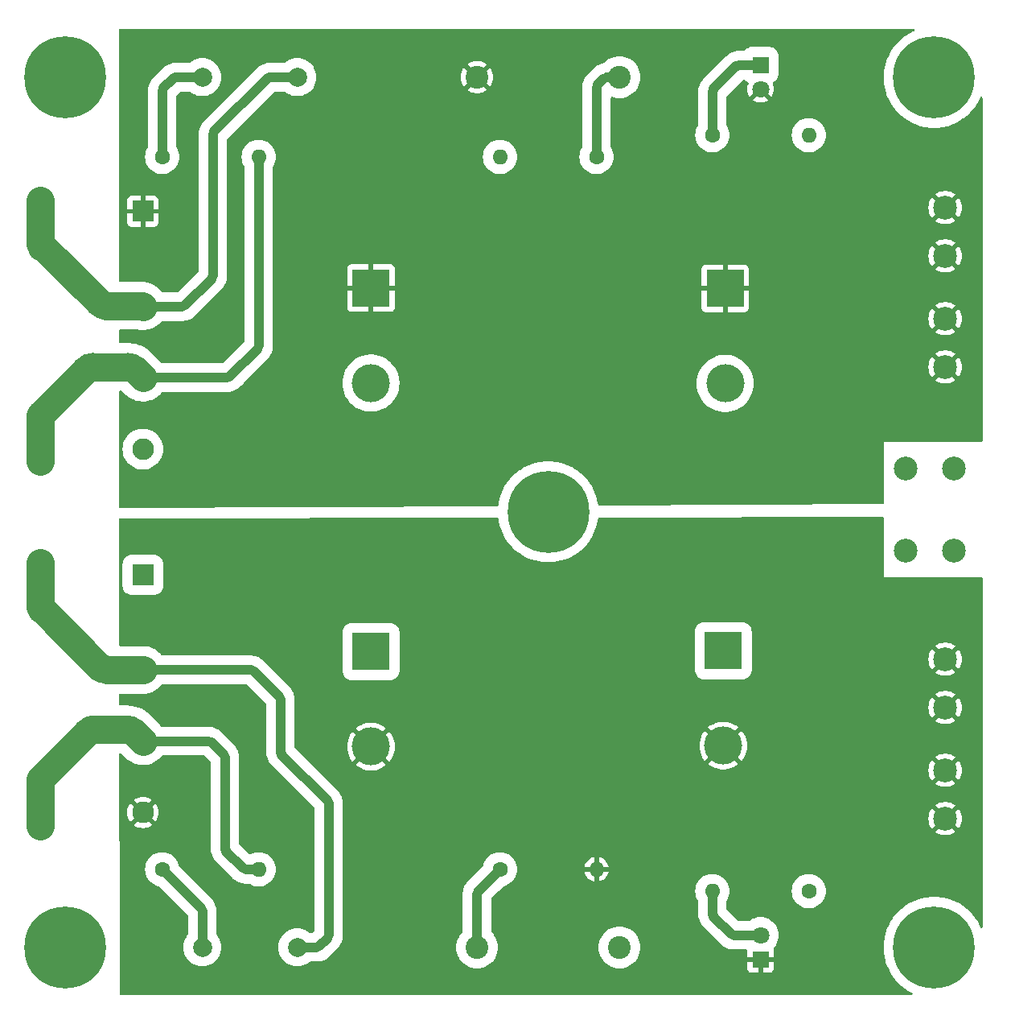
<source format=gbr>
%TF.GenerationSoftware,KiCad,Pcbnew,7.0.6-0*%
%TF.CreationDate,2023-08-21T15:57:03+02:00*%
%TF.ProjectId,Q17-PSU,5131372d-5053-4552-9e6b-696361645f70,1.0*%
%TF.SameCoordinates,Original*%
%TF.FileFunction,Copper,L1,Top*%
%TF.FilePolarity,Positive*%
%FSLAX46Y46*%
G04 Gerber Fmt 4.6, Leading zero omitted, Abs format (unit mm)*
G04 Created by KiCad (PCBNEW 7.0.6-0) date 2023-08-21 15:57:03*
%MOMM*%
%LPD*%
G01*
G04 APERTURE LIST*
%TA.AperFunction,ComponentPad*%
%ADD10C,2.000000*%
%TD*%
%TA.AperFunction,ComponentPad*%
%ADD11R,2.270000X2.270000*%
%TD*%
%TA.AperFunction,ComponentPad*%
%ADD12C,2.270000*%
%TD*%
%TA.AperFunction,ComponentPad*%
%ADD13R,4.000000X4.000000*%
%TD*%
%TA.AperFunction,ComponentPad*%
%ADD14C,4.000000*%
%TD*%
%TA.AperFunction,ComponentPad*%
%ADD15C,2.500000*%
%TD*%
%TA.AperFunction,ComponentPad*%
%ADD16C,2.400000*%
%TD*%
%TA.AperFunction,ComponentPad*%
%ADD17C,0.900000*%
%TD*%
%TA.AperFunction,ComponentPad*%
%ADD18C,8.600000*%
%TD*%
%TA.AperFunction,ComponentPad*%
%ADD19C,1.600000*%
%TD*%
%TA.AperFunction,ComponentPad*%
%ADD20O,1.600000X1.600000*%
%TD*%
%TA.AperFunction,ComponentPad*%
%ADD21R,1.800000X1.800000*%
%TD*%
%TA.AperFunction,ComponentPad*%
%ADD22C,1.800000*%
%TD*%
%TA.AperFunction,Conductor*%
%ADD23C,3.000000*%
%TD*%
%TA.AperFunction,Conductor*%
%ADD24C,1.000000*%
%TD*%
G04 APERTURE END LIST*
D10*
%TO.P,C3,1*%
%TO.N,Net-(J1-1-Pin_1)*%
X127762000Y-45212000D03*
%TO.P,C3,2*%
%TO.N,Net-(C3-Pad2)*%
X117762000Y-45212000D03*
%TD*%
D11*
%TO.P,D2,1*%
%TO.N,GNDPWR*%
X111506000Y-97557440D03*
D12*
%TO.P,D2,2*%
%TO.N,Net-(J1-3-Pin_1)*%
X111506000Y-107557440D03*
%TO.P,D2,3*%
%TO.N,Net-(J1-4-Pin_1)*%
X111506000Y-115057440D03*
%TO.P,D2,4*%
%TO.N,Net-(D4-K)*%
X111506000Y-122557440D03*
%TD*%
D10*
%TO.P,C2,1*%
%TO.N,Net-(J1-3-Pin_1)*%
X106046280Y-106307440D03*
%TO.P,C2,2*%
%TO.N,Net-(J1-4-Pin_1)*%
X106046280Y-113807440D03*
%TD*%
D13*
%TO.P,C5,1*%
%TO.N,Net-(D3-A)*%
X135513301Y-67394442D03*
D14*
%TO.P,C5,2*%
%TO.N,GNDPWR*%
X135513301Y-77394442D03*
%TD*%
D15*
%TO.P,J1-3,1,Pin_1*%
%TO.N,Net-(J1-3-Pin_1)*%
X100712280Y-101346000D03*
X100712280Y-96266000D03*
%TD*%
D16*
%TO.P,C9,1*%
%TO.N,Net-(D3-A)*%
X146683581Y-45212000D03*
%TO.P,C9,2*%
%TO.N,Net-(C9-Pad2)*%
X161683581Y-45212000D03*
%TD*%
D15*
%TO.P,J1-4,1,Pin_1*%
%TO.N,Net-(J1-4-Pin_1)*%
X100712280Y-123952000D03*
X100712280Y-118872000D03*
%TD*%
D17*
%TO.P,#GROUND01,1*%
%TO.N,GNDPWR*%
X150953000Y-90926419D03*
X151897581Y-88646000D03*
X151897581Y-93206838D03*
X154178000Y-87701419D03*
D18*
X154178000Y-90926419D03*
D17*
X154178000Y-94151419D03*
X156458419Y-88646000D03*
X156458419Y-93206838D03*
X157403000Y-90926419D03*
%TD*%
D15*
%TO.P,J2-2'1,1,Pin_1*%
%TO.N,GNDPWR*%
X196850000Y-94996000D03*
X191770000Y-94996000D03*
%TD*%
D10*
%TO.P,C1,1*%
%TO.N,Net-(J1-1-Pin_1)*%
X106046280Y-68074941D03*
%TO.P,C1,2*%
%TO.N,Net-(J1-2-Pin_1)*%
X106046280Y-75574941D03*
%TD*%
D15*
%TO.P,J1-1,1,Pin_1*%
%TO.N,Net-(J1-1-Pin_1)*%
X100712280Y-63246000D03*
X100712280Y-58166000D03*
%TD*%
D17*
%TO.P,REF\u002A\u002A,1*%
%TO.N,N/C*%
X191569280Y-136729763D03*
X192513861Y-134449344D03*
X192513861Y-139010182D03*
X194794280Y-133504763D03*
D18*
X194794280Y-136729763D03*
D17*
X194794280Y-139954763D03*
X197074699Y-134449344D03*
X197074699Y-139010182D03*
X198019280Y-136729763D03*
%TD*%
D13*
%TO.P,C8,1*%
%TO.N,GNDPWR*%
X172597301Y-105532941D03*
D14*
%TO.P,C8,2*%
%TO.N,Net-(D4-K)*%
X172597301Y-115532941D03*
%TD*%
D19*
%TO.P,R2,1*%
%TO.N,Net-(C4-Pad2)*%
X113538000Y-128524000D03*
D20*
%TO.P,R2,2*%
%TO.N,Net-(J1-4-Pin_1)*%
X123698000Y-128524000D03*
%TD*%
D19*
%TO.P,R4,1*%
%TO.N,Net-(C10-Pad2)*%
X149103581Y-128524000D03*
D20*
%TO.P,R4,2*%
%TO.N,Net-(D4-K)*%
X159263581Y-128524000D03*
%TD*%
D21*
%TO.P,D4,1,K*%
%TO.N,Net-(D4-K)*%
X176530000Y-138004763D03*
D22*
%TO.P,D4,2,A*%
%TO.N,Net-(D4-A)*%
X176530000Y-135464763D03*
%TD*%
D15*
%TO.P,J2-1'1,1,Pin_1*%
%TO.N,Net-(D3-A)*%
X195962280Y-70612000D03*
X195962280Y-75692000D03*
%TD*%
%TO.P,J2-2,1,Pin_1*%
%TO.N,GNDPWR*%
X196850000Y-86360000D03*
X191770000Y-86360000D03*
%TD*%
%TO.P,J2-3,1,Pin_1*%
%TO.N,Net-(D4-K)*%
X195962280Y-106426000D03*
X195962280Y-111506000D03*
%TD*%
D10*
%TO.P,C4,1*%
%TO.N,Net-(J1-3-Pin_1)*%
X127762000Y-136729763D03*
%TO.P,C4,2*%
%TO.N,Net-(C4-Pad2)*%
X117762000Y-136729763D03*
%TD*%
D11*
%TO.P,D1,1*%
%TO.N,Net-(D3-A)*%
X111506000Y-59324941D03*
D12*
%TO.P,D1,2*%
%TO.N,Net-(J1-1-Pin_1)*%
X111506000Y-69324941D03*
%TO.P,D1,3*%
%TO.N,Net-(J1-2-Pin_1)*%
X111506000Y-76824941D03*
%TO.P,D1,4*%
%TO.N,GNDPWR*%
X111506000Y-84324941D03*
%TD*%
D15*
%TO.P,J1-2,1,Pin_1*%
%TO.N,Net-(J1-2-Pin_1)*%
X100712280Y-85598000D03*
X100712280Y-80518000D03*
%TD*%
D19*
%TO.P,R3,1*%
%TO.N,Net-(C9-Pad2)*%
X159263581Y-53594000D03*
D20*
%TO.P,R3,2*%
%TO.N,GNDPWR*%
X149103581Y-53594000D03*
%TD*%
D17*
%TO.P,REF\u002A\u002A,1*%
%TO.N,N/C*%
X191569280Y-45238963D03*
X192513861Y-42958544D03*
X192513861Y-47519382D03*
X194794280Y-42013963D03*
D18*
X194794280Y-45238963D03*
D17*
X194794280Y-48463963D03*
X197074699Y-42958544D03*
X197074699Y-47519382D03*
X198019280Y-45238963D03*
%TD*%
D13*
%TO.P,C6,1*%
%TO.N,GNDPWR*%
X135513301Y-105626941D03*
D14*
%TO.P,C6,2*%
%TO.N,Net-(D4-K)*%
X135513301Y-115626941D03*
%TD*%
D16*
%TO.P,C10,1*%
%TO.N,GNDPWR*%
X161683581Y-136729763D03*
%TO.P,C10,2*%
%TO.N,Net-(C10-Pad2)*%
X146683581Y-136729763D03*
%TD*%
D21*
%TO.P,D3,1,K*%
%TO.N,Net-(D3-K)*%
X176530000Y-43937000D03*
D22*
%TO.P,D3,2,A*%
%TO.N,Net-(D3-A)*%
X176530000Y-46477000D03*
%TD*%
D17*
%TO.P,REF\u002A\u002A,1*%
%TO.N,N/C*%
X100084061Y-45233382D03*
X101028642Y-42952963D03*
X101028642Y-47513801D03*
X103309061Y-42008382D03*
D18*
X103309061Y-45233382D03*
D17*
X103309061Y-48458382D03*
X105589480Y-42952963D03*
X105589480Y-47513801D03*
X106534061Y-45233382D03*
%TD*%
D19*
%TO.P,R1,1*%
%TO.N,Net-(C3-Pad2)*%
X113538000Y-53594000D03*
D20*
%TO.P,R1,2*%
%TO.N,Net-(J1-2-Pin_1)*%
X123698000Y-53594000D03*
%TD*%
D15*
%TO.P,J2-1,1,Pin_1*%
%TO.N,Net-(D3-A)*%
X195962280Y-58928000D03*
X195962280Y-64008000D03*
%TD*%
D19*
%TO.P,R5,1*%
%TO.N,Net-(D3-K)*%
X171450000Y-51308000D03*
D20*
%TO.P,R5,2*%
%TO.N,GNDPWR*%
X181610000Y-51308000D03*
%TD*%
D13*
%TO.P,C7,1*%
%TO.N,Net-(D3-A)*%
X172800501Y-67432941D03*
D14*
%TO.P,C7,2*%
%TO.N,GNDPWR*%
X172800501Y-77432941D03*
%TD*%
D15*
%TO.P,J2-4'1,1,Pin_1*%
%TO.N,Net-(D4-K)*%
X195962280Y-118110000D03*
X195962280Y-123190000D03*
%TD*%
D17*
%TO.P,REF\u002A\u002A,1*%
%TO.N,N/C*%
X100078480Y-136729763D03*
X101023061Y-134449344D03*
X101023061Y-139010182D03*
X103303480Y-133504763D03*
D18*
X103303480Y-136729763D03*
D17*
X103303480Y-139954763D03*
X105583899Y-134449344D03*
X105583899Y-139010182D03*
X106528480Y-136729763D03*
%TD*%
D19*
%TO.P,R6,1*%
%TO.N,GNDPWR*%
X181610000Y-130810000D03*
D20*
%TO.P,R6,2*%
%TO.N,Net-(D4-A)*%
X171450000Y-130810000D03*
%TD*%
D23*
%TO.N,Net-(J1-1-Pin_1)*%
X111436000Y-69254941D02*
X107653946Y-69254941D01*
D24*
X119018447Y-50907553D02*
X124567554Y-45358446D01*
X118872000Y-66086893D02*
X118872000Y-51261107D01*
X115970447Y-69195553D02*
X118725554Y-66440446D01*
D23*
X106946839Y-68962048D02*
X100712280Y-62727489D01*
X111506000Y-69324941D02*
X111436000Y-69254941D01*
X100712280Y-62727489D02*
X100712280Y-58166000D01*
D24*
X111523059Y-69342000D02*
X115616893Y-69342000D01*
X124921107Y-45212000D02*
X127762000Y-45212000D01*
D23*
X106946808Y-68962079D02*
G75*
G03*
X107653946Y-69254941I707092J707179D01*
G01*
D24*
X118725557Y-66440449D02*
G75*
G03*
X118872000Y-66086893I-353557J353549D01*
G01*
X119018444Y-50907550D02*
G75*
G03*
X118872000Y-51261107I353556J-353550D01*
G01*
X115616893Y-69341995D02*
G75*
G03*
X115970447Y-69195553I7J499995D01*
G01*
X124921107Y-45212005D02*
G75*
G03*
X124567554Y-45358446I-7J-499995D01*
G01*
D23*
%TO.N,Net-(J1-3-Pin_1)*%
X100712280Y-100973440D02*
X100712280Y-96266000D01*
D24*
X125984000Y-110697107D02*
X125984000Y-116124893D01*
X111506000Y-107557440D02*
X122844333Y-107557440D01*
D23*
X107003387Y-107264547D02*
X100712280Y-100973440D01*
D24*
X131064000Y-121619107D02*
X131064000Y-135428893D01*
D23*
X111506000Y-107557440D02*
X107710494Y-107557440D01*
D24*
X126130447Y-116478447D02*
X130917554Y-121265554D01*
X130917553Y-135782447D02*
X130116683Y-136583317D01*
X123197887Y-107703887D02*
X125837554Y-110343554D01*
X129763130Y-136729763D02*
X127762000Y-136729763D01*
X123197862Y-107703912D02*
G75*
G03*
X122844333Y-107557440I-353562J-353488D01*
G01*
D23*
X107003382Y-107264552D02*
G75*
G03*
X107710494Y-107557440I707118J707152D01*
G01*
D24*
X131063995Y-121619107D02*
G75*
G03*
X130917554Y-121265554I-499995J7D01*
G01*
X125984005Y-116124893D02*
G75*
G03*
X126130447Y-116478447I499995J-7D01*
G01*
X125983995Y-110697107D02*
G75*
G03*
X125837554Y-110343554I-499995J7D01*
G01*
X129763130Y-136729795D02*
G75*
G03*
X130116683Y-136583317I-30J499995D01*
G01*
X130917556Y-135782450D02*
G75*
G03*
X131064000Y-135428893I-353556J353550D01*
G01*
D23*
%TO.N,Net-(J1-2-Pin_1)*%
X105530095Y-75984893D02*
X100712280Y-80802708D01*
D24*
X123698000Y-53594000D02*
X123698000Y-73452893D01*
D23*
X109958845Y-75692000D02*
X106237202Y-75692000D01*
D24*
X120325952Y-76824941D02*
X111506000Y-76824941D01*
D23*
X100712280Y-80802708D02*
X100712280Y-85598000D01*
X111506000Y-76824941D02*
X110665952Y-75984893D01*
D24*
X123551553Y-73806447D02*
X120679505Y-76678495D01*
X123551556Y-73806450D02*
G75*
G03*
X123698000Y-73452893I-353556J353550D01*
G01*
D23*
X106237202Y-75692002D02*
G75*
G03*
X105530096Y-75984894I-2J-999998D01*
G01*
D24*
X120325952Y-76824895D02*
G75*
G03*
X120679505Y-76678495I48J499995D01*
G01*
D23*
X110665929Y-75984916D02*
G75*
G03*
X109958845Y-75692000I-707129J-707084D01*
G01*
%TO.N,Net-(J1-4-Pin_1)*%
X100712280Y-119072120D02*
X100712280Y-123952000D01*
X105684067Y-114100333D02*
X100712280Y-119072120D01*
X109841786Y-113807440D02*
X106391174Y-113807440D01*
D24*
X118759887Y-115203887D02*
X119995554Y-116439554D01*
X120288447Y-126638447D02*
X122027554Y-128377554D01*
D23*
X111506000Y-115057440D02*
X110548893Y-114100333D01*
D24*
X111506000Y-115057440D02*
X118406333Y-115057440D01*
X122381107Y-128524000D02*
X123698000Y-128524000D01*
X120142000Y-116793107D02*
X120142000Y-126284893D01*
D23*
X110548891Y-114100335D02*
G75*
G03*
X109841786Y-113807440I-707091J-707065D01*
G01*
X106391174Y-113807469D02*
G75*
G03*
X105684068Y-114100334I26J-1000131D01*
G01*
D24*
X120141995Y-116793107D02*
G75*
G03*
X119995554Y-116439554I-499995J7D01*
G01*
X118759862Y-115203912D02*
G75*
G03*
X118406333Y-115057440I-353562J-353488D01*
G01*
X122027551Y-128377557D02*
G75*
G03*
X122381107Y-128524000I353549J353557D01*
G01*
X120142005Y-126284893D02*
G75*
G03*
X120288447Y-126638447I499995J-7D01*
G01*
%TO.N,Net-(D3-K)*%
X171596447Y-46453833D02*
X173966834Y-44083446D01*
X174320387Y-43937000D02*
X176530000Y-43937000D01*
X171450000Y-51308000D02*
X171450000Y-46807387D01*
X171596454Y-46453840D02*
G75*
G03*
X171450000Y-46807387I353546J-353560D01*
G01*
X174320387Y-43936991D02*
G75*
G03*
X173966834Y-44083446I13J-500009D01*
G01*
%TO.N,Net-(D4-A)*%
X176530000Y-135464763D02*
X173771870Y-135464763D01*
X173418316Y-135318316D02*
X171596446Y-133496446D01*
X171450000Y-133142893D02*
X171450000Y-130810000D01*
X171450005Y-133142893D02*
G75*
G03*
X171596446Y-133496446I499995J-7D01*
G01*
X173418339Y-135318293D02*
G75*
G03*
X173771870Y-135464763I353561J353493D01*
G01*
%TO.N,Net-(C3-Pad2)*%
X115015107Y-45212000D02*
X117762000Y-45212000D01*
X113684447Y-46335553D02*
X114661554Y-45358446D01*
X113538000Y-53594000D02*
X113538000Y-46689107D01*
X115015107Y-45212005D02*
G75*
G03*
X114661554Y-45358446I-7J-499995D01*
G01*
X113684444Y-46335550D02*
G75*
G03*
X113538000Y-46689107I353556J-353550D01*
G01*
%TO.N,Net-(C4-Pad2)*%
X113538000Y-128524000D02*
X117615554Y-132601554D01*
X117762000Y-132955107D02*
X117762000Y-136729763D01*
X117761995Y-132955107D02*
G75*
G03*
X117615554Y-132601554I-499995J7D01*
G01*
%TO.N,Net-(C9-Pad2)*%
X159263581Y-46309526D02*
X159263581Y-53594000D01*
X161683581Y-45212000D02*
X160361107Y-45212000D01*
X160007553Y-45358447D02*
X159410027Y-45955973D01*
X159410010Y-45955956D02*
G75*
G03*
X159263581Y-46309526I353590J-353544D01*
G01*
X160361107Y-45212005D02*
G75*
G03*
X160007553Y-45358447I-7J-499995D01*
G01*
%TO.N,Net-(C10-Pad2)*%
X149103581Y-128524000D02*
X146830027Y-130797554D01*
X146683581Y-131151107D02*
X146683581Y-136729763D01*
X146830020Y-130797547D02*
G75*
G03*
X146683581Y-131151107I353580J-353553D01*
G01*
%TD*%
%TA.AperFunction,Conductor*%
%TO.N,Net-(D3-A)*%
G36*
X192716354Y-40151685D02*
G01*
X192762109Y-40204489D01*
X192772053Y-40273647D01*
X192743028Y-40337203D01*
X192696767Y-40370561D01*
X192552058Y-40430502D01*
X192141510Y-40644219D01*
X191751142Y-40892911D01*
X191383944Y-41174671D01*
X191383941Y-41174673D01*
X191383938Y-41174676D01*
X191042690Y-41487373D01*
X190936844Y-41602884D01*
X190729988Y-41828627D01*
X190562338Y-42047114D01*
X190448228Y-42195825D01*
X190199539Y-42586188D01*
X189985819Y-42996741D01*
X189808694Y-43424358D01*
X189781061Y-43512000D01*
X189669513Y-43865780D01*
X189569332Y-44317668D01*
X189548971Y-44472328D01*
X189508919Y-44776554D01*
X189488730Y-45238963D01*
X189508919Y-45701372D01*
X189534580Y-45896286D01*
X189569332Y-46160258D01*
X189669513Y-46612146D01*
X189728404Y-46798921D01*
X189808694Y-47053568D01*
X189985819Y-47481185D01*
X190199539Y-47891738D01*
X190448228Y-48282101D01*
X190729993Y-48649305D01*
X191042690Y-48990553D01*
X191383938Y-49303250D01*
X191383941Y-49303252D01*
X191383944Y-49303255D01*
X191702538Y-49547720D01*
X191751142Y-49585015D01*
X192104661Y-49810232D01*
X192141510Y-49833707D01*
X192141510Y-49833706D01*
X192552058Y-50047424D01*
X192979675Y-50224549D01*
X193132438Y-50272715D01*
X193421097Y-50363730D01*
X193872985Y-50463911D01*
X194090219Y-50492509D01*
X194331871Y-50524324D01*
X194794280Y-50544513D01*
X195256689Y-50524324D01*
X195498340Y-50492509D01*
X195715575Y-50463911D01*
X196167463Y-50363730D01*
X196456122Y-50272715D01*
X196608885Y-50224549D01*
X197036502Y-50047424D01*
X197447050Y-49833706D01*
X197447050Y-49833707D01*
X197483899Y-49810232D01*
X197837418Y-49585015D01*
X197886022Y-49547720D01*
X198204616Y-49303255D01*
X198204618Y-49303252D01*
X198204622Y-49303250D01*
X198545870Y-48990553D01*
X198858567Y-48649305D01*
X199140332Y-48282101D01*
X199389021Y-47891738D01*
X199602741Y-47481185D01*
X199659439Y-47344303D01*
X199703280Y-47289900D01*
X199769574Y-47267835D01*
X199837273Y-47285114D01*
X199884884Y-47336251D01*
X199898000Y-47391756D01*
X199898000Y-83442000D01*
X199878315Y-83509039D01*
X199825511Y-83554794D01*
X199774000Y-83566000D01*
X189484000Y-83566000D01*
X189484000Y-90012350D01*
X189464315Y-90079389D01*
X189411511Y-90125144D01*
X189360579Y-90136349D01*
X159547874Y-90275555D01*
X159480743Y-90256183D01*
X159434742Y-90203594D01*
X159424356Y-90167741D01*
X159420223Y-90136349D01*
X159402948Y-90005124D01*
X159302767Y-89553236D01*
X159221236Y-89294658D01*
X159163586Y-89111814D01*
X158986461Y-88684197D01*
X158772741Y-88273644D01*
X158524052Y-87883281D01*
X158242287Y-87516077D01*
X157929590Y-87174829D01*
X157588342Y-86862132D01*
X157588338Y-86862129D01*
X157588336Y-86862127D01*
X157221138Y-86580367D01*
X156970450Y-86420661D01*
X156830775Y-86331678D01*
X156830773Y-86331677D01*
X156830770Y-86331675D01*
X156420222Y-86117958D01*
X155992605Y-85940833D01*
X155809760Y-85883182D01*
X155551183Y-85801652D01*
X155099295Y-85701471D01*
X154882061Y-85672872D01*
X154640409Y-85641058D01*
X154178000Y-85620869D01*
X153715591Y-85641058D01*
X153473939Y-85672872D01*
X153256705Y-85701471D01*
X152804817Y-85801652D01*
X152546239Y-85883182D01*
X152363395Y-85940833D01*
X151935778Y-86117958D01*
X151525230Y-86331675D01*
X151525226Y-86331677D01*
X151525225Y-86331678D01*
X151385550Y-86420661D01*
X151134862Y-86580367D01*
X150767664Y-86862127D01*
X150767661Y-86862129D01*
X150767658Y-86862132D01*
X150426410Y-87174829D01*
X150113713Y-87516077D01*
X149831948Y-87883281D01*
X149583259Y-88273644D01*
X149369539Y-88684197D01*
X149192414Y-89111814D01*
X149134763Y-89294658D01*
X149053233Y-89553236D01*
X148953052Y-90005124D01*
X148925037Y-90217915D01*
X148896770Y-90281811D01*
X148838446Y-90320282D01*
X148802677Y-90325728D01*
X109111246Y-90511063D01*
X109044115Y-90491691D01*
X108998114Y-90439102D01*
X108986667Y-90387118D01*
X108984174Y-84324940D01*
X109365510Y-84324940D01*
X109385446Y-84616398D01*
X109444884Y-84902437D01*
X109444886Y-84902442D01*
X109542714Y-85177706D01*
X109542715Y-85177708D01*
X109542716Y-85177711D01*
X109542718Y-85177715D01*
X109677124Y-85437105D01*
X109845598Y-85675778D01*
X110045002Y-85889288D01*
X110271622Y-86073657D01*
X110271624Y-86073658D01*
X110271625Y-86073659D01*
X110521236Y-86225451D01*
X110704242Y-86304941D01*
X110789194Y-86341841D01*
X111070504Y-86420661D01*
X111324954Y-86455633D01*
X111359927Y-86460441D01*
X111359928Y-86460441D01*
X111652073Y-86460441D01*
X111683275Y-86456152D01*
X111941496Y-86420661D01*
X112222806Y-86341841D01*
X112490765Y-86225450D01*
X112740378Y-86073657D01*
X112966998Y-85889288D01*
X113166402Y-85675778D01*
X113334876Y-85437105D01*
X113469282Y-85177715D01*
X113567115Y-84902438D01*
X113626553Y-84616404D01*
X113646490Y-84324941D01*
X113626553Y-84033478D01*
X113567115Y-83747444D01*
X113469282Y-83472167D01*
X113334876Y-83212777D01*
X113166402Y-82974104D01*
X112966998Y-82760594D01*
X112966991Y-82760589D01*
X112966990Y-82760587D01*
X112740374Y-82576222D01*
X112490763Y-82424430D01*
X112222809Y-82308042D01*
X112222807Y-82308041D01*
X112222806Y-82308041D01*
X112142774Y-82285616D01*
X111941501Y-82229222D01*
X111941497Y-82229221D01*
X111941496Y-82229221D01*
X111796784Y-82209331D01*
X111652073Y-82189441D01*
X111652072Y-82189441D01*
X111359928Y-82189441D01*
X111359927Y-82189441D01*
X111070504Y-82229221D01*
X111070498Y-82229222D01*
X110789190Y-82308042D01*
X110521236Y-82424430D01*
X110271625Y-82576222D01*
X110045009Y-82760587D01*
X109845599Y-82974103D01*
X109677124Y-83212776D01*
X109542715Y-83472173D01*
X109542714Y-83472175D01*
X109444886Y-83747439D01*
X109444884Y-83747444D01*
X109385446Y-84033483D01*
X109365510Y-84324940D01*
X108984174Y-84324940D01*
X108982574Y-80433440D01*
X108981704Y-78316551D01*
X109001361Y-78249503D01*
X109054146Y-78203727D01*
X109105704Y-78192500D01*
X109285956Y-78192500D01*
X109352995Y-78212185D01*
X109373637Y-78228819D01*
X109793438Y-78648621D01*
X109793438Y-78648620D01*
X109793446Y-78648628D01*
X109856592Y-78704299D01*
X109970391Y-78804628D01*
X110106524Y-78897143D01*
X110230625Y-78981482D01*
X110510968Y-79124323D01*
X110807004Y-79230903D01*
X111114062Y-79299539D01*
X111427302Y-79329148D01*
X111741783Y-79319266D01*
X111741789Y-79319265D01*
X111741790Y-79319265D01*
X112052542Y-79270046D01*
X112052551Y-79270044D01*
X112240320Y-79215491D01*
X112354689Y-79182265D01*
X112643448Y-79057308D01*
X112914269Y-78897145D01*
X113162880Y-78704302D01*
X113218562Y-78648620D01*
X113385362Y-78481821D01*
X113385362Y-78481820D01*
X113469430Y-78373441D01*
X113526072Y-78332534D01*
X113567409Y-78325441D01*
X120388003Y-78325441D01*
X120388019Y-78325441D01*
X120388034Y-78325439D01*
X120388966Y-78325401D01*
X120438149Y-78325406D01*
X120661420Y-78300272D01*
X120880474Y-78250299D01*
X121092556Y-78176114D01*
X121294998Y-78078651D01*
X121485256Y-77959136D01*
X121660936Y-77819071D01*
X121695723Y-77784292D01*
X121695978Y-77784049D01*
X121696624Y-77783402D01*
X121696631Y-77783397D01*
X121740383Y-77739644D01*
X121823898Y-77656151D01*
X121823899Y-77656149D01*
X121825490Y-77654559D01*
X121825739Y-77654287D01*
X122085581Y-77394445D01*
X132507716Y-77394445D01*
X132528039Y-77743369D01*
X132528040Y-77743380D01*
X132588729Y-78087569D01*
X132588731Y-78087576D01*
X132688975Y-78422414D01*
X132827408Y-78743337D01*
X132827414Y-78743350D01*
X133002171Y-79046039D01*
X133210885Y-79326391D01*
X133210890Y-79326397D01*
X133334764Y-79457695D01*
X133450743Y-79580625D01*
X133627204Y-79728693D01*
X133718487Y-79805289D01*
X133718495Y-79805295D01*
X134010504Y-79997353D01*
X134010508Y-79997355D01*
X134322850Y-80154219D01*
X134651290Y-80273761D01*
X134991387Y-80354365D01*
X135338542Y-80394942D01*
X135338549Y-80394942D01*
X135688053Y-80394942D01*
X135688060Y-80394942D01*
X136035215Y-80354365D01*
X136375312Y-80273761D01*
X136703752Y-80154219D01*
X137016094Y-79997355D01*
X137308112Y-79805291D01*
X137575859Y-79580625D01*
X137815713Y-79326395D01*
X138024431Y-79046038D01*
X138199190Y-78743346D01*
X138337627Y-78422413D01*
X138437870Y-78087578D01*
X138473143Y-77887537D01*
X138498561Y-77743380D01*
X138498560Y-77743380D01*
X138498563Y-77743369D01*
X138516116Y-77441999D01*
X138516643Y-77432944D01*
X169794916Y-77432944D01*
X169815239Y-77781868D01*
X169815240Y-77781879D01*
X169875929Y-78126068D01*
X169875931Y-78126075D01*
X169976175Y-78460913D01*
X170114608Y-78781836D01*
X170114614Y-78781849D01*
X170289371Y-79084538D01*
X170498085Y-79364890D01*
X170498090Y-79364896D01*
X170621964Y-79496194D01*
X170737943Y-79619124D01*
X170914404Y-79767192D01*
X171005687Y-79843788D01*
X171005695Y-79843794D01*
X171297704Y-80035852D01*
X171297708Y-80035854D01*
X171610050Y-80192718D01*
X171938490Y-80312260D01*
X172278587Y-80392864D01*
X172625742Y-80433441D01*
X172625749Y-80433441D01*
X172975253Y-80433441D01*
X172975260Y-80433441D01*
X173322415Y-80392864D01*
X173662512Y-80312260D01*
X173990952Y-80192718D01*
X174303294Y-80035854D01*
X174595312Y-79843790D01*
X174863059Y-79619124D01*
X175102913Y-79364894D01*
X175311631Y-79084537D01*
X175486390Y-78781845D01*
X175624827Y-78460912D01*
X175725070Y-78126077D01*
X175726366Y-78118731D01*
X175785761Y-77781879D01*
X175785760Y-77781879D01*
X175785763Y-77781868D01*
X175803062Y-77484843D01*
X175806086Y-77432944D01*
X175806086Y-77432937D01*
X175797704Y-77289030D01*
X175785763Y-77084014D01*
X175778975Y-77045515D01*
X175725072Y-76739813D01*
X175725070Y-76739806D01*
X175725070Y-76739805D01*
X175624827Y-76404970D01*
X175486390Y-76084037D01*
X175311631Y-75781345D01*
X175282970Y-75742846D01*
X175245120Y-75692004D01*
X194207373Y-75692004D01*
X194226972Y-75953545D01*
X194226973Y-75953550D01*
X194285338Y-76209270D01*
X194381163Y-76453426D01*
X194381162Y-76453426D01*
X194512310Y-76680577D01*
X194560153Y-76740571D01*
X194560154Y-76740571D01*
X195462280Y-75838445D01*
X195462280Y-75977763D01*
X195477600Y-76084315D01*
X195537328Y-76215100D01*
X195631482Y-76323761D01*
X195663496Y-76344335D01*
X194913111Y-77094720D01*
X195084826Y-77211793D01*
X195084830Y-77211795D01*
X195321134Y-77325594D01*
X195321138Y-77325595D01*
X195571774Y-77402907D01*
X195571780Y-77402909D01*
X195831128Y-77441999D01*
X195831137Y-77442000D01*
X196093423Y-77442000D01*
X196093431Y-77441999D01*
X196352779Y-77402909D01*
X196352785Y-77402907D01*
X196603423Y-77325595D01*
X196839725Y-77211798D01*
X196839736Y-77211791D01*
X197011447Y-77094720D01*
X196261063Y-76344335D01*
X196293078Y-76323761D01*
X196387232Y-76215100D01*
X196446960Y-76084315D01*
X196462280Y-75977763D01*
X196462280Y-75838447D01*
X197364404Y-76740571D01*
X197412254Y-76680570D01*
X197543396Y-76453426D01*
X197639221Y-76209270D01*
X197697586Y-75953550D01*
X197697587Y-75953545D01*
X197717187Y-75692004D01*
X197717187Y-75691995D01*
X197697587Y-75430454D01*
X197697586Y-75430449D01*
X197639221Y-75174729D01*
X197543396Y-74930573D01*
X197543397Y-74930573D01*
X197412251Y-74703426D01*
X197364405Y-74643427D01*
X196462280Y-75545552D01*
X196462280Y-75406237D01*
X196446960Y-75299685D01*
X196387232Y-75168900D01*
X196293078Y-75060239D01*
X196261062Y-75039663D01*
X197011447Y-74289278D01*
X196839727Y-74172202D01*
X196839725Y-74172201D01*
X196603422Y-74058404D01*
X196603424Y-74058404D01*
X196352785Y-73981092D01*
X196352779Y-73981090D01*
X196093431Y-73942000D01*
X195831128Y-73942000D01*
X195571780Y-73981090D01*
X195571774Y-73981092D01*
X195321138Y-74058404D01*
X195321134Y-74058405D01*
X195084830Y-74172204D01*
X195084826Y-74172206D01*
X194913112Y-74289278D01*
X195663497Y-75039663D01*
X195631482Y-75060239D01*
X195537328Y-75168900D01*
X195477600Y-75299685D01*
X195462280Y-75406237D01*
X195462280Y-75545553D01*
X194560153Y-74643427D01*
X194512309Y-74703423D01*
X194381163Y-74930573D01*
X194285338Y-75174729D01*
X194226973Y-75430449D01*
X194226972Y-75430454D01*
X194207373Y-75691995D01*
X194207373Y-75692004D01*
X175245120Y-75692004D01*
X175102916Y-75500991D01*
X175102911Y-75500985D01*
X174903229Y-75289336D01*
X174863059Y-75246758D01*
X174640774Y-75060239D01*
X174595314Y-75022093D01*
X174595306Y-75022087D01*
X174303297Y-74830029D01*
X173990959Y-74673167D01*
X173990953Y-74673164D01*
X173662513Y-74553622D01*
X173662510Y-74553621D01*
X173322416Y-74473018D01*
X173279020Y-74467945D01*
X172975260Y-74432441D01*
X172625742Y-74432441D01*
X172321981Y-74467945D01*
X172278586Y-74473018D01*
X172278584Y-74473018D01*
X171938491Y-74553621D01*
X171938488Y-74553622D01*
X171610048Y-74673164D01*
X171610042Y-74673167D01*
X171297704Y-74830029D01*
X171005695Y-75022087D01*
X171005687Y-75022093D01*
X170737943Y-75246758D01*
X170737941Y-75246760D01*
X170498090Y-75500985D01*
X170498085Y-75500991D01*
X170289371Y-75781343D01*
X170114614Y-76084032D01*
X170114608Y-76084045D01*
X169976175Y-76404968D01*
X169875931Y-76739806D01*
X169875929Y-76739813D01*
X169815240Y-77084002D01*
X169815239Y-77084013D01*
X169794916Y-77432937D01*
X169794916Y-77432944D01*
X138516643Y-77432944D01*
X138518886Y-77394445D01*
X138518886Y-77394438D01*
X138508248Y-77211798D01*
X138498563Y-77045515D01*
X138448002Y-76758766D01*
X138437872Y-76701314D01*
X138437870Y-76701307D01*
X138367491Y-76466225D01*
X138337627Y-76366471D01*
X138199190Y-76045538D01*
X138024431Y-75742846D01*
X137844377Y-75500991D01*
X137815716Y-75462492D01*
X137815711Y-75462486D01*
X137645849Y-75282444D01*
X137575859Y-75208259D01*
X137427789Y-75084014D01*
X137308114Y-74983594D01*
X137308106Y-74983588D01*
X137016097Y-74791530D01*
X136703759Y-74634668D01*
X136703753Y-74634665D01*
X136375313Y-74515123D01*
X136375310Y-74515122D01*
X136035216Y-74434519D01*
X135991820Y-74429446D01*
X135688060Y-74393942D01*
X135338542Y-74393942D01*
X135034781Y-74429446D01*
X134991386Y-74434519D01*
X134991384Y-74434519D01*
X134651291Y-74515122D01*
X134651288Y-74515123D01*
X134322848Y-74634665D01*
X134322842Y-74634668D01*
X134010504Y-74791530D01*
X133718495Y-74983588D01*
X133718487Y-74983594D01*
X133450743Y-75208259D01*
X133450741Y-75208261D01*
X133210890Y-75462486D01*
X133210885Y-75462492D01*
X133002171Y-75742844D01*
X132827414Y-76045533D01*
X132827408Y-76045546D01*
X132688975Y-76366469D01*
X132588731Y-76701307D01*
X132588729Y-76701314D01*
X132528040Y-77045503D01*
X132528039Y-77045514D01*
X132507716Y-77394438D01*
X132507716Y-77394445D01*
X122085581Y-77394445D01*
X124522001Y-74958025D01*
X124522015Y-74958014D01*
X124576254Y-74903775D01*
X124576267Y-74903767D01*
X124612578Y-74867454D01*
X124612579Y-74867455D01*
X124692019Y-74788013D01*
X124832111Y-74612340D01*
X124951653Y-74422086D01*
X125049142Y-74219644D01*
X125123351Y-74007559D01*
X125138462Y-73941345D01*
X125173344Y-73788515D01*
X125173345Y-73788506D01*
X125173347Y-73788499D01*
X125198501Y-73565218D01*
X125198500Y-73452872D01*
X125198500Y-73407581D01*
X125198500Y-70612004D01*
X194207373Y-70612004D01*
X194226972Y-70873545D01*
X194226973Y-70873550D01*
X194285338Y-71129270D01*
X194381163Y-71373426D01*
X194381162Y-71373426D01*
X194512310Y-71600577D01*
X194560153Y-71660571D01*
X194560154Y-71660571D01*
X195462280Y-70758445D01*
X195462280Y-70897763D01*
X195477600Y-71004315D01*
X195537328Y-71135100D01*
X195631482Y-71243761D01*
X195663496Y-71264335D01*
X194913111Y-72014720D01*
X195084826Y-72131793D01*
X195084830Y-72131795D01*
X195321134Y-72245594D01*
X195321138Y-72245595D01*
X195571774Y-72322907D01*
X195571780Y-72322909D01*
X195831128Y-72361999D01*
X195831137Y-72362000D01*
X196093423Y-72362000D01*
X196093431Y-72361999D01*
X196352779Y-72322909D01*
X196352785Y-72322907D01*
X196603423Y-72245595D01*
X196839725Y-72131798D01*
X196839736Y-72131791D01*
X197011447Y-72014720D01*
X196261063Y-71264335D01*
X196293078Y-71243761D01*
X196387232Y-71135100D01*
X196446960Y-71004315D01*
X196462280Y-70897763D01*
X196462280Y-70758447D01*
X197364404Y-71660571D01*
X197412254Y-71600570D01*
X197543396Y-71373426D01*
X197639221Y-71129270D01*
X197697586Y-70873550D01*
X197697587Y-70873545D01*
X197717187Y-70612004D01*
X197717187Y-70611995D01*
X197697587Y-70350454D01*
X197697586Y-70350449D01*
X197639221Y-70094729D01*
X197543396Y-69850573D01*
X197543397Y-69850573D01*
X197412251Y-69623426D01*
X197364405Y-69563427D01*
X196462280Y-70465552D01*
X196462280Y-70326237D01*
X196446960Y-70219685D01*
X196387232Y-70088900D01*
X196293078Y-69980239D01*
X196261062Y-69959663D01*
X197011447Y-69209278D01*
X196839727Y-69092202D01*
X196839725Y-69092201D01*
X196603422Y-68978404D01*
X196603424Y-68978404D01*
X196352785Y-68901092D01*
X196352779Y-68901090D01*
X196093431Y-68862000D01*
X195831128Y-68862000D01*
X195571780Y-68901090D01*
X195571774Y-68901092D01*
X195321138Y-68978404D01*
X195321134Y-68978405D01*
X195084830Y-69092204D01*
X195084826Y-69092206D01*
X194913112Y-69209278D01*
X195663497Y-69959663D01*
X195631482Y-69980239D01*
X195537328Y-70088900D01*
X195477600Y-70219685D01*
X195462280Y-70326237D01*
X195462280Y-70465554D01*
X194560153Y-69563427D01*
X194512309Y-69623423D01*
X194381163Y-69850573D01*
X194285338Y-70094729D01*
X194226973Y-70350449D01*
X194226972Y-70350454D01*
X194207373Y-70611995D01*
X194207373Y-70612004D01*
X125198500Y-70612004D01*
X125198500Y-69442286D01*
X133013301Y-69442286D01*
X133019702Y-69501814D01*
X133019704Y-69501821D01*
X133069946Y-69636528D01*
X133069950Y-69636535D01*
X133156110Y-69751629D01*
X133156113Y-69751632D01*
X133271207Y-69837792D01*
X133271214Y-69837796D01*
X133405921Y-69888038D01*
X133405928Y-69888040D01*
X133465456Y-69894441D01*
X133465473Y-69894442D01*
X135263301Y-69894442D01*
X135263301Y-68363963D01*
X135411611Y-68394442D01*
X135564013Y-68394442D01*
X135715638Y-68379023D01*
X135763301Y-68364068D01*
X135763301Y-69894442D01*
X137561129Y-69894442D01*
X137561145Y-69894441D01*
X137620673Y-69888040D01*
X137620680Y-69888038D01*
X137755387Y-69837796D01*
X137755394Y-69837792D01*
X137870488Y-69751632D01*
X137870491Y-69751629D01*
X137956651Y-69636535D01*
X137956655Y-69636528D01*
X138006897Y-69501821D01*
X138006899Y-69501814D01*
X138009160Y-69480785D01*
X170300501Y-69480785D01*
X170306902Y-69540313D01*
X170306904Y-69540320D01*
X170357146Y-69675027D01*
X170357150Y-69675034D01*
X170443310Y-69790128D01*
X170443313Y-69790131D01*
X170558407Y-69876291D01*
X170558414Y-69876295D01*
X170693121Y-69926537D01*
X170693128Y-69926539D01*
X170752656Y-69932940D01*
X170752673Y-69932941D01*
X172550501Y-69932941D01*
X172550500Y-68402462D01*
X172698811Y-68432941D01*
X172851213Y-68432941D01*
X173002838Y-68417522D01*
X173050501Y-68402567D01*
X173050501Y-69932941D01*
X174848329Y-69932941D01*
X174848345Y-69932940D01*
X174907873Y-69926539D01*
X174907880Y-69926537D01*
X175042587Y-69876295D01*
X175042594Y-69876291D01*
X175157688Y-69790131D01*
X175157691Y-69790128D01*
X175243851Y-69675034D01*
X175243855Y-69675027D01*
X175294097Y-69540320D01*
X175294099Y-69540313D01*
X175300500Y-69480785D01*
X175300501Y-69480768D01*
X175300501Y-67682941D01*
X173768747Y-67682941D01*
X173794067Y-67585150D01*
X173804368Y-67382031D01*
X173773868Y-67182941D01*
X175300501Y-67182941D01*
X175300501Y-65385113D01*
X175300500Y-65385096D01*
X175294099Y-65325568D01*
X175294097Y-65325561D01*
X175243855Y-65190854D01*
X175243851Y-65190847D01*
X175157691Y-65075753D01*
X175157688Y-65075750D01*
X175042594Y-64989590D01*
X175042587Y-64989586D01*
X174907880Y-64939344D01*
X174907873Y-64939342D01*
X174848345Y-64932941D01*
X173050501Y-64932941D01*
X173050501Y-66463419D01*
X172902191Y-66432941D01*
X172749789Y-66432941D01*
X172598164Y-66448360D01*
X172550501Y-66463314D01*
X172550501Y-64932941D01*
X170752656Y-64932941D01*
X170693128Y-64939342D01*
X170693121Y-64939344D01*
X170558414Y-64989586D01*
X170558407Y-64989590D01*
X170443313Y-65075750D01*
X170443310Y-65075753D01*
X170357150Y-65190847D01*
X170357146Y-65190854D01*
X170306904Y-65325561D01*
X170306902Y-65325568D01*
X170300501Y-65385096D01*
X170300501Y-67182941D01*
X171832255Y-67182941D01*
X171806935Y-67280732D01*
X171796634Y-67483851D01*
X171827134Y-67682941D01*
X170300501Y-67682941D01*
X170300501Y-69480785D01*
X138009160Y-69480785D01*
X138013300Y-69442286D01*
X138013301Y-69442269D01*
X138013301Y-67644442D01*
X136481547Y-67644442D01*
X136506867Y-67546651D01*
X136517168Y-67343532D01*
X136486668Y-67144442D01*
X138013301Y-67144442D01*
X138013301Y-65346614D01*
X138013300Y-65346597D01*
X138006899Y-65287069D01*
X138006897Y-65287062D01*
X137956655Y-65152355D01*
X137956651Y-65152348D01*
X137870491Y-65037254D01*
X137870488Y-65037251D01*
X137755394Y-64951091D01*
X137755387Y-64951087D01*
X137620680Y-64900845D01*
X137620673Y-64900843D01*
X137561145Y-64894442D01*
X135763301Y-64894442D01*
X135763301Y-66424920D01*
X135614991Y-66394442D01*
X135462589Y-66394442D01*
X135310964Y-66409861D01*
X135263301Y-66424815D01*
X135263301Y-64894442D01*
X133465456Y-64894442D01*
X133405928Y-64900843D01*
X133405921Y-64900845D01*
X133271214Y-64951087D01*
X133271207Y-64951091D01*
X133156113Y-65037251D01*
X133156110Y-65037254D01*
X133069950Y-65152348D01*
X133069946Y-65152355D01*
X133019704Y-65287062D01*
X133019702Y-65287069D01*
X133013301Y-65346597D01*
X133013301Y-67144442D01*
X134545055Y-67144442D01*
X134519735Y-67242233D01*
X134509434Y-67445352D01*
X134539934Y-67644442D01*
X133013301Y-67644442D01*
X133013301Y-69442286D01*
X125198500Y-69442286D01*
X125198500Y-64008004D01*
X194207373Y-64008004D01*
X194226972Y-64269545D01*
X194226973Y-64269550D01*
X194285338Y-64525270D01*
X194381163Y-64769426D01*
X194381162Y-64769426D01*
X194512310Y-64996577D01*
X194560153Y-65056571D01*
X194560154Y-65056571D01*
X195462280Y-64154445D01*
X195462280Y-64293763D01*
X195477600Y-64400315D01*
X195537328Y-64531100D01*
X195631482Y-64639761D01*
X195663496Y-64660335D01*
X194913111Y-65410720D01*
X195084826Y-65527793D01*
X195084830Y-65527795D01*
X195321134Y-65641594D01*
X195321138Y-65641595D01*
X195571774Y-65718907D01*
X195571780Y-65718909D01*
X195831128Y-65757999D01*
X195831137Y-65758000D01*
X196093423Y-65758000D01*
X196093431Y-65757999D01*
X196352779Y-65718909D01*
X196352785Y-65718907D01*
X196603423Y-65641595D01*
X196839725Y-65527798D01*
X196839736Y-65527791D01*
X197011447Y-65410720D01*
X196261063Y-64660335D01*
X196293078Y-64639761D01*
X196387232Y-64531100D01*
X196446960Y-64400315D01*
X196462280Y-64293763D01*
X196462280Y-64154447D01*
X197364404Y-65056571D01*
X197412254Y-64996570D01*
X197543396Y-64769426D01*
X197639221Y-64525270D01*
X197697586Y-64269550D01*
X197697587Y-64269545D01*
X197717187Y-64008004D01*
X197717187Y-64007995D01*
X197697587Y-63746454D01*
X197697586Y-63746449D01*
X197639221Y-63490729D01*
X197543396Y-63246573D01*
X197543397Y-63246573D01*
X197412251Y-63019426D01*
X197364405Y-62959427D01*
X196462280Y-63861552D01*
X196462280Y-63722237D01*
X196446960Y-63615685D01*
X196387232Y-63484900D01*
X196293078Y-63376239D01*
X196261062Y-63355663D01*
X197011447Y-62605278D01*
X196839727Y-62488202D01*
X196839725Y-62488201D01*
X196603422Y-62374404D01*
X196603424Y-62374404D01*
X196352785Y-62297092D01*
X196352779Y-62297090D01*
X196093431Y-62258000D01*
X195831128Y-62258000D01*
X195571780Y-62297090D01*
X195571774Y-62297092D01*
X195321138Y-62374404D01*
X195321134Y-62374405D01*
X195084830Y-62488204D01*
X195084826Y-62488206D01*
X194913112Y-62605278D01*
X195663497Y-63355663D01*
X195631482Y-63376239D01*
X195537328Y-63484900D01*
X195477600Y-63615685D01*
X195462280Y-63722237D01*
X195462280Y-63861554D01*
X194560153Y-62959427D01*
X194512309Y-63019423D01*
X194381163Y-63246573D01*
X194285338Y-63490729D01*
X194226973Y-63746449D01*
X194226972Y-63746454D01*
X194207373Y-64007995D01*
X194207373Y-64008004D01*
X125198500Y-64008004D01*
X125198500Y-58928004D01*
X194207373Y-58928004D01*
X194226972Y-59189545D01*
X194226973Y-59189550D01*
X194285338Y-59445270D01*
X194381163Y-59689426D01*
X194381162Y-59689426D01*
X194512310Y-59916577D01*
X194560153Y-59976571D01*
X194560154Y-59976571D01*
X195462280Y-59074445D01*
X195462280Y-59213763D01*
X195477600Y-59320315D01*
X195537328Y-59451100D01*
X195631482Y-59559761D01*
X195663496Y-59580335D01*
X194913111Y-60330720D01*
X195084826Y-60447793D01*
X195084830Y-60447795D01*
X195321134Y-60561594D01*
X195321138Y-60561595D01*
X195571774Y-60638907D01*
X195571780Y-60638909D01*
X195831128Y-60677999D01*
X195831137Y-60678000D01*
X196093423Y-60678000D01*
X196093431Y-60677999D01*
X196352779Y-60638909D01*
X196352785Y-60638907D01*
X196603423Y-60561595D01*
X196839725Y-60447798D01*
X196839736Y-60447791D01*
X197011447Y-60330720D01*
X196261063Y-59580335D01*
X196293078Y-59559761D01*
X196387232Y-59451100D01*
X196446960Y-59320315D01*
X196462280Y-59213763D01*
X196462280Y-59074446D01*
X197364404Y-59976571D01*
X197412254Y-59916570D01*
X197543396Y-59689426D01*
X197639221Y-59445270D01*
X197697586Y-59189550D01*
X197697587Y-59189545D01*
X197717187Y-58928004D01*
X197717187Y-58927995D01*
X197697587Y-58666454D01*
X197697586Y-58666449D01*
X197639221Y-58410729D01*
X197543396Y-58166573D01*
X197543397Y-58166573D01*
X197412251Y-57939426D01*
X197364405Y-57879427D01*
X196462280Y-58781552D01*
X196462280Y-58642237D01*
X196446960Y-58535685D01*
X196387232Y-58404900D01*
X196293078Y-58296239D01*
X196261062Y-58275663D01*
X197011447Y-57525278D01*
X196839727Y-57408202D01*
X196839725Y-57408201D01*
X196603422Y-57294404D01*
X196603424Y-57294404D01*
X196352785Y-57217092D01*
X196352779Y-57217090D01*
X196093431Y-57178000D01*
X195831128Y-57178000D01*
X195571780Y-57217090D01*
X195571774Y-57217092D01*
X195321138Y-57294404D01*
X195321134Y-57294405D01*
X195084830Y-57408204D01*
X195084826Y-57408206D01*
X194913112Y-57525278D01*
X195663497Y-58275663D01*
X195631482Y-58296239D01*
X195537328Y-58404900D01*
X195477600Y-58535685D01*
X195462280Y-58642237D01*
X195462280Y-58781553D01*
X194560153Y-57879427D01*
X194512309Y-57939423D01*
X194381163Y-58166573D01*
X194285338Y-58410729D01*
X194226973Y-58666449D01*
X194226972Y-58666454D01*
X194207373Y-58927995D01*
X194207373Y-58928004D01*
X125198500Y-58928004D01*
X125198500Y-54629283D01*
X125215113Y-54567284D01*
X125324743Y-54377398D01*
X125423334Y-54126195D01*
X125483383Y-53863103D01*
X125503549Y-53594004D01*
X147298032Y-53594004D01*
X147318197Y-53863101D01*
X147378245Y-54126188D01*
X147378247Y-54126195D01*
X147476838Y-54377398D01*
X147611766Y-54611102D01*
X147626266Y-54629284D01*
X147780023Y-54822089D01*
X147966764Y-54995358D01*
X147977840Y-55005635D01*
X148200807Y-55157651D01*
X148443940Y-55274738D01*
X148701809Y-55354280D01*
X148701810Y-55354280D01*
X148701813Y-55354281D01*
X148968644Y-55394499D01*
X148968649Y-55394499D01*
X148968652Y-55394500D01*
X148968653Y-55394500D01*
X149238509Y-55394500D01*
X149238510Y-55394500D01*
X149238517Y-55394499D01*
X149505348Y-55354281D01*
X149505349Y-55354280D01*
X149505353Y-55354280D01*
X149763222Y-55274738D01*
X150006356Y-55157651D01*
X150229322Y-55005635D01*
X150427142Y-54822085D01*
X150595396Y-54611102D01*
X150730324Y-54377398D01*
X150828915Y-54126195D01*
X150888964Y-53863103D01*
X150909130Y-53594004D01*
X157458032Y-53594004D01*
X157478197Y-53863101D01*
X157538245Y-54126188D01*
X157538247Y-54126195D01*
X157636838Y-54377398D01*
X157771766Y-54611102D01*
X157786266Y-54629284D01*
X157940023Y-54822089D01*
X158126764Y-54995358D01*
X158137840Y-55005635D01*
X158360807Y-55157651D01*
X158603940Y-55274738D01*
X158861809Y-55354280D01*
X158861810Y-55354280D01*
X158861813Y-55354281D01*
X159128644Y-55394499D01*
X159128649Y-55394499D01*
X159128652Y-55394500D01*
X159128653Y-55394500D01*
X159398509Y-55394500D01*
X159398510Y-55394500D01*
X159398517Y-55394499D01*
X159665348Y-55354281D01*
X159665349Y-55354280D01*
X159665353Y-55354280D01*
X159923222Y-55274738D01*
X160166356Y-55157651D01*
X160389322Y-55005635D01*
X160587142Y-54822085D01*
X160755396Y-54611102D01*
X160890324Y-54377398D01*
X160988915Y-54126195D01*
X161048964Y-53863103D01*
X161069130Y-53594000D01*
X161048964Y-53324897D01*
X160988915Y-53061805D01*
X160890324Y-52810602D01*
X160780693Y-52620714D01*
X160764081Y-52558715D01*
X160764081Y-51308004D01*
X169644451Y-51308004D01*
X169664616Y-51577101D01*
X169724664Y-51840188D01*
X169724666Y-51840195D01*
X169799295Y-52030346D01*
X169823257Y-52091398D01*
X169958185Y-52325102D01*
X170094080Y-52495509D01*
X170126442Y-52536089D01*
X170313183Y-52709358D01*
X170324259Y-52719635D01*
X170547226Y-52871651D01*
X170790359Y-52988738D01*
X171048228Y-53068280D01*
X171048229Y-53068280D01*
X171048232Y-53068281D01*
X171315063Y-53108499D01*
X171315068Y-53108499D01*
X171315071Y-53108500D01*
X171315072Y-53108500D01*
X171584928Y-53108500D01*
X171584929Y-53108500D01*
X171584936Y-53108499D01*
X171851767Y-53068281D01*
X171851768Y-53068280D01*
X171851772Y-53068280D01*
X172109641Y-52988738D01*
X172352775Y-52871651D01*
X172575741Y-52719635D01*
X172773561Y-52536085D01*
X172941815Y-52325102D01*
X173076743Y-52091398D01*
X173175334Y-51840195D01*
X173235383Y-51577103D01*
X173255549Y-51308004D01*
X179804451Y-51308004D01*
X179824616Y-51577101D01*
X179884664Y-51840188D01*
X179884666Y-51840195D01*
X179959295Y-52030346D01*
X179983257Y-52091398D01*
X180118185Y-52325102D01*
X180254080Y-52495509D01*
X180286442Y-52536089D01*
X180473183Y-52709358D01*
X180484259Y-52719635D01*
X180707226Y-52871651D01*
X180950359Y-52988738D01*
X181208228Y-53068280D01*
X181208229Y-53068280D01*
X181208232Y-53068281D01*
X181475063Y-53108499D01*
X181475068Y-53108499D01*
X181475071Y-53108500D01*
X181475072Y-53108500D01*
X181744928Y-53108500D01*
X181744929Y-53108500D01*
X181744936Y-53108499D01*
X182011767Y-53068281D01*
X182011768Y-53068280D01*
X182011772Y-53068280D01*
X182269641Y-52988738D01*
X182512775Y-52871651D01*
X182735741Y-52719635D01*
X182933561Y-52536085D01*
X183101815Y-52325102D01*
X183236743Y-52091398D01*
X183335334Y-51840195D01*
X183395383Y-51577103D01*
X183415549Y-51308000D01*
X183395383Y-51038897D01*
X183335334Y-50775805D01*
X183236743Y-50524602D01*
X183101815Y-50290898D01*
X182933561Y-50079915D01*
X182933560Y-50079914D01*
X182933557Y-50079910D01*
X182735741Y-49896365D01*
X182662673Y-49846548D01*
X182512775Y-49744349D01*
X182512769Y-49744346D01*
X182512768Y-49744345D01*
X182512767Y-49744344D01*
X182269643Y-49627263D01*
X182269645Y-49627263D01*
X182011773Y-49547720D01*
X182011767Y-49547718D01*
X181744936Y-49507500D01*
X181744929Y-49507500D01*
X181475071Y-49507500D01*
X181475063Y-49507500D01*
X181208232Y-49547718D01*
X181208226Y-49547720D01*
X180950358Y-49627262D01*
X180707230Y-49744346D01*
X180484258Y-49896365D01*
X180286442Y-50079910D01*
X180118185Y-50290898D01*
X179983258Y-50524599D01*
X179983256Y-50524603D01*
X179884666Y-50775804D01*
X179884664Y-50775811D01*
X179824616Y-51038898D01*
X179804451Y-51307995D01*
X179804451Y-51308004D01*
X173255549Y-51308004D01*
X173255549Y-51308000D01*
X173235383Y-51038897D01*
X173175334Y-50775805D01*
X173076743Y-50524602D01*
X172967112Y-50334714D01*
X172950500Y-50272715D01*
X172950500Y-47273169D01*
X172970185Y-47206130D01*
X172986819Y-47185488D01*
X173818823Y-46353484D01*
X174689480Y-45482826D01*
X174750801Y-45449343D01*
X174820493Y-45454327D01*
X174873261Y-45492149D01*
X174918888Y-45548107D01*
X174940284Y-45565553D01*
X175076593Y-45676698D01*
X175198212Y-45740226D01*
X175248520Y-45788713D01*
X175264627Y-45856701D01*
X175254357Y-45899945D01*
X175201317Y-46020864D01*
X175144361Y-46245781D01*
X175125202Y-46476994D01*
X175125202Y-46477005D01*
X175144361Y-46708218D01*
X175201317Y-46933135D01*
X175294516Y-47145609D01*
X175378811Y-47274633D01*
X176085549Y-46567895D01*
X176086327Y-46578265D01*
X176135887Y-46704541D01*
X176220465Y-46810599D01*
X176332547Y-46887016D01*
X176440298Y-46920252D01*
X175731199Y-47629351D01*
X175761650Y-47653050D01*
X175965697Y-47763476D01*
X175965706Y-47763479D01*
X176185139Y-47838811D01*
X176413993Y-47877000D01*
X176646007Y-47877000D01*
X176874860Y-47838811D01*
X177094293Y-47763479D01*
X177094302Y-47763476D01*
X177298350Y-47653050D01*
X177328798Y-47629351D01*
X176618232Y-46918784D01*
X176664138Y-46911865D01*
X176786357Y-46853007D01*
X176885798Y-46760740D01*
X176953625Y-46643260D01*
X176971499Y-46564947D01*
X177681186Y-47274634D01*
X177765484Y-47145606D01*
X177858682Y-46933135D01*
X177915638Y-46708218D01*
X177934797Y-46477005D01*
X177934797Y-46476994D01*
X177915638Y-46245781D01*
X177858682Y-46020865D01*
X177805642Y-45899945D01*
X177796739Y-45830645D01*
X177826716Y-45767533D01*
X177861783Y-45740228D01*
X177983407Y-45676698D01*
X178141109Y-45548109D01*
X178269698Y-45390407D01*
X178363909Y-45210049D01*
X178419886Y-45014418D01*
X178430500Y-44895037D01*
X178430499Y-42978964D01*
X178419886Y-42859582D01*
X178363909Y-42663951D01*
X178269698Y-42483593D01*
X178194085Y-42390861D01*
X178141109Y-42325890D01*
X177983409Y-42197304D01*
X177983410Y-42197304D01*
X177983407Y-42197302D01*
X177803049Y-42103091D01*
X177803048Y-42103090D01*
X177803045Y-42103089D01*
X177685829Y-42069550D01*
X177607418Y-42047114D01*
X177607415Y-42047113D01*
X177607413Y-42047113D01*
X177516983Y-42039073D01*
X177488037Y-42036500D01*
X177488035Y-42036500D01*
X177488034Y-42036500D01*
X176666331Y-42036500D01*
X175571964Y-42036501D01*
X175542727Y-42039100D01*
X175452584Y-42047113D01*
X175256954Y-42103089D01*
X175166772Y-42150196D01*
X175076593Y-42197302D01*
X175076591Y-42197303D01*
X175076590Y-42197304D01*
X174918890Y-42325890D01*
X174865915Y-42390861D01*
X174808294Y-42430378D01*
X174769813Y-42436500D01*
X174440890Y-42436500D01*
X174440814Y-42436497D01*
X174438440Y-42436497D01*
X174435296Y-42436497D01*
X174371718Y-42436498D01*
X174371690Y-42436490D01*
X174208000Y-42436493D01*
X173984725Y-42461657D01*
X173984709Y-42461660D01*
X173765677Y-42511658D01*
X173765670Y-42511660D01*
X173553588Y-42585876D01*
X173351155Y-42683369D01*
X173160910Y-42802912D01*
X172985246Y-42943004D01*
X172931512Y-42996740D01*
X170491413Y-45436839D01*
X170491256Y-45437007D01*
X170456022Y-45472239D01*
X170456020Y-45472241D01*
X170315932Y-45647898D01*
X170315920Y-45647915D01*
X170196381Y-45838151D01*
X170196379Y-45838154D01*
X170108385Y-46020865D01*
X170098884Y-46040593D01*
X170097284Y-46045166D01*
X170024667Y-46252676D01*
X170024667Y-46252677D01*
X169974669Y-46471709D01*
X169974666Y-46471725D01*
X169949502Y-46695000D01*
X169949501Y-46745172D01*
X169949500Y-46745213D01*
X169949500Y-46807348D01*
X169949497Y-46927947D01*
X169949500Y-46928018D01*
X169949500Y-50272715D01*
X169932887Y-50334715D01*
X169823258Y-50524599D01*
X169724666Y-50775804D01*
X169724664Y-50775811D01*
X169664616Y-51038898D01*
X169644451Y-51307995D01*
X169644451Y-51308004D01*
X160764081Y-51308004D01*
X160764081Y-47396738D01*
X160783766Y-47329699D01*
X160836570Y-47283944D01*
X160905728Y-47274000D01*
X160927932Y-47279317D01*
X161112828Y-47342081D01*
X161395742Y-47398356D01*
X161683581Y-47417222D01*
X161971420Y-47398356D01*
X162254334Y-47342081D01*
X162527483Y-47249359D01*
X162786192Y-47121778D01*
X163026035Y-46961520D01*
X163242908Y-46771327D01*
X163433101Y-46554454D01*
X163593359Y-46314611D01*
X163720940Y-46055902D01*
X163813662Y-45782753D01*
X163869937Y-45499839D01*
X163888803Y-45212000D01*
X163869937Y-44924161D01*
X163813662Y-44641247D01*
X163720940Y-44368098D01*
X163593359Y-44109389D01*
X163572311Y-44077889D01*
X163433102Y-43869547D01*
X163242908Y-43652672D01*
X163026033Y-43462478D01*
X162786194Y-43302223D01*
X162786187Y-43302219D01*
X162527486Y-43174642D01*
X162254341Y-43081921D01*
X162254335Y-43081919D01*
X162254334Y-43081919D01*
X162254332Y-43081918D01*
X162254326Y-43081917D01*
X161971430Y-43025646D01*
X161971420Y-43025644D01*
X161683581Y-43006778D01*
X161395742Y-43025644D01*
X161395736Y-43025645D01*
X161395731Y-43025646D01*
X161112835Y-43081917D01*
X161112820Y-43081921D01*
X160839675Y-43174642D01*
X160580974Y-43302219D01*
X160580967Y-43302223D01*
X160341128Y-43462478D01*
X160124262Y-43652665D01*
X160124251Y-43652676D01*
X160083359Y-43699303D01*
X160024357Y-43736726D01*
X160017724Y-43738433D01*
X159806452Y-43786651D01*
X159806437Y-43786656D01*
X159594361Y-43860861D01*
X159594359Y-43860862D01*
X159391914Y-43958351D01*
X159391914Y-43958352D01*
X159201668Y-44077889D01*
X159201650Y-44077902D01*
X159025995Y-44217978D01*
X159025992Y-44217981D01*
X158946548Y-44297424D01*
X158861057Y-44382914D01*
X158434210Y-44809761D01*
X158434053Y-44809907D01*
X158385277Y-44858689D01*
X158385204Y-44858728D01*
X158269492Y-44974455D01*
X158269489Y-44974459D01*
X158129419Y-45150125D01*
X158129413Y-45150133D01*
X158009882Y-45340391D01*
X157912409Y-45542827D01*
X157912404Y-45542838D01*
X157838206Y-45754921D01*
X157788219Y-45973981D01*
X157788218Y-45973988D01*
X157763075Y-46197259D01*
X157763075Y-46197260D01*
X157763081Y-46300911D01*
X157763081Y-52558715D01*
X157746468Y-52620715D01*
X157636839Y-52810599D01*
X157538247Y-53061804D01*
X157538245Y-53061811D01*
X157478197Y-53324898D01*
X157458032Y-53593995D01*
X157458032Y-53594004D01*
X150909130Y-53594004D01*
X150909130Y-53594000D01*
X150888964Y-53324897D01*
X150828915Y-53061805D01*
X150730324Y-52810602D01*
X150595396Y-52576898D01*
X150427142Y-52365915D01*
X150427141Y-52365914D01*
X150427138Y-52365910D01*
X150229322Y-52182365D01*
X150229321Y-52182365D01*
X150006356Y-52030349D01*
X150006350Y-52030346D01*
X150006349Y-52030345D01*
X150006348Y-52030344D01*
X149763224Y-51913263D01*
X149763226Y-51913263D01*
X149505354Y-51833720D01*
X149505348Y-51833718D01*
X149238517Y-51793500D01*
X149238510Y-51793500D01*
X148968652Y-51793500D01*
X148968644Y-51793500D01*
X148701813Y-51833718D01*
X148701807Y-51833720D01*
X148443939Y-51913262D01*
X148200811Y-52030346D01*
X147977839Y-52182365D01*
X147780023Y-52365910D01*
X147611766Y-52576898D01*
X147476839Y-52810599D01*
X147476837Y-52810603D01*
X147378247Y-53061804D01*
X147378245Y-53061811D01*
X147318197Y-53324898D01*
X147298032Y-53593995D01*
X147298032Y-53594004D01*
X125503549Y-53594004D01*
X125503549Y-53594000D01*
X125483383Y-53324897D01*
X125423334Y-53061805D01*
X125324743Y-52810602D01*
X125189815Y-52576898D01*
X125021561Y-52365915D01*
X125021560Y-52365914D01*
X125021557Y-52365910D01*
X124823741Y-52182365D01*
X124823740Y-52182365D01*
X124600775Y-52030349D01*
X124600769Y-52030346D01*
X124600768Y-52030345D01*
X124600767Y-52030344D01*
X124357643Y-51913263D01*
X124357645Y-51913263D01*
X124099773Y-51833720D01*
X124099767Y-51833718D01*
X123832936Y-51793500D01*
X123832929Y-51793500D01*
X123563071Y-51793500D01*
X123563063Y-51793500D01*
X123296232Y-51833718D01*
X123296226Y-51833720D01*
X123038358Y-51913262D01*
X122795230Y-52030346D01*
X122572258Y-52182365D01*
X122374442Y-52365910D01*
X122206185Y-52576898D01*
X122071258Y-52810599D01*
X122071256Y-52810603D01*
X121972666Y-53061804D01*
X121972664Y-53061811D01*
X121912616Y-53324898D01*
X121892451Y-53593995D01*
X121892451Y-53594004D01*
X121912616Y-53863101D01*
X121972664Y-54126188D01*
X121972666Y-54126195D01*
X122071257Y-54377398D01*
X122180886Y-54567284D01*
X122180887Y-54567285D01*
X122197499Y-54629284D01*
X122197499Y-72987110D01*
X122177814Y-73054149D01*
X122161180Y-73074791D01*
X119947850Y-75288122D01*
X119886527Y-75321607D01*
X119860169Y-75324441D01*
X113572627Y-75324441D01*
X113505588Y-75304756D01*
X113479614Y-75282444D01*
X113379510Y-75168900D01*
X113329687Y-75112387D01*
X113329679Y-75112379D01*
X113329680Y-75112379D01*
X112378516Y-74161216D01*
X112378506Y-74161206D01*
X112378495Y-74161196D01*
X112377839Y-74160581D01*
X112312512Y-74095249D01*
X112125791Y-73942000D01*
X112046670Y-73877062D01*
X112046649Y-73877046D01*
X111858702Y-73751455D01*
X111760695Y-73685964D01*
X111760692Y-73685962D01*
X111760690Y-73685961D01*
X111457388Y-73523828D01*
X111457379Y-73523824D01*
X111286104Y-73452872D01*
X111139635Y-73392196D01*
X110953856Y-73335832D01*
X110810518Y-73292345D01*
X110473205Y-73225234D01*
X110473179Y-73225230D01*
X110130924Y-73191506D01*
X110130930Y-73191506D01*
X110037581Y-73191503D01*
X110037481Y-73191500D01*
X110037428Y-73191500D01*
X109958958Y-73191500D01*
X109807705Y-73191494D01*
X109807704Y-73191494D01*
X109805921Y-73191494D01*
X109805728Y-73191500D01*
X109103545Y-73191500D01*
X109036506Y-73171815D01*
X108990751Y-73119011D01*
X108979545Y-73067551D01*
X108979056Y-71879492D01*
X108998713Y-71812444D01*
X109051498Y-71766668D01*
X109103056Y-71755441D01*
X110903089Y-71755441D01*
X110930138Y-71758426D01*
X111114062Y-71799539D01*
X111427302Y-71829148D01*
X111741783Y-71819266D01*
X111741789Y-71819265D01*
X111741790Y-71819265D01*
X112052542Y-71770047D01*
X112052550Y-71770045D01*
X112218767Y-71721754D01*
X112354689Y-71682265D01*
X112643448Y-71557308D01*
X112914269Y-71397145D01*
X113162880Y-71204302D01*
X113385361Y-70981821D01*
X113456197Y-70890499D01*
X113512841Y-70849593D01*
X113554177Y-70842500D01*
X115680297Y-70842500D01*
X115680506Y-70842495D01*
X115729218Y-70842496D01*
X115952498Y-70817342D01*
X115952508Y-70817339D01*
X115952514Y-70817339D01*
X116105342Y-70782458D01*
X116171557Y-70767346D01*
X116383642Y-70693137D01*
X116586084Y-70595649D01*
X116776337Y-70476107D01*
X116952010Y-70336016D01*
X116986058Y-70301967D01*
X116986096Y-70301932D01*
X117068343Y-70219685D01*
X117114956Y-70173073D01*
X117114957Y-70173071D01*
X117122018Y-70166010D01*
X117122024Y-70166002D01*
X119696005Y-67592021D01*
X119696019Y-67592010D01*
X119750258Y-67537771D01*
X119750271Y-67537763D01*
X119786582Y-67501450D01*
X119786583Y-67501451D01*
X119866023Y-67422009D01*
X120006114Y-67246336D01*
X120125655Y-67056083D01*
X120223143Y-66853641D01*
X120297351Y-66641557D01*
X120317315Y-66554085D01*
X120347344Y-66422514D01*
X120347345Y-66422505D01*
X120347347Y-66422498D01*
X120372501Y-66199218D01*
X120372500Y-66086872D01*
X120372499Y-51726888D01*
X120392184Y-51659850D01*
X120408818Y-51639208D01*
X125299208Y-46748819D01*
X125360531Y-46715334D01*
X125386889Y-46712500D01*
X126386977Y-46712500D01*
X126454016Y-46732185D01*
X126461287Y-46737233D01*
X126677682Y-46899224D01*
X126677690Y-46899229D01*
X126928833Y-47036364D01*
X126928832Y-47036364D01*
X126928836Y-47036365D01*
X126928839Y-47036367D01*
X127196954Y-47136369D01*
X127196960Y-47136370D01*
X127196962Y-47136371D01*
X127476566Y-47197195D01*
X127476568Y-47197195D01*
X127476572Y-47197196D01*
X127730220Y-47215337D01*
X127761999Y-47217610D01*
X127762000Y-47217610D01*
X127762001Y-47217610D01*
X127790595Y-47215564D01*
X128047428Y-47197196D01*
X128284571Y-47145609D01*
X128327037Y-47136371D01*
X128327037Y-47136370D01*
X128327046Y-47136369D01*
X128595161Y-47036367D01*
X128846315Y-46899226D01*
X129075395Y-46727739D01*
X129277739Y-46525395D01*
X129449226Y-46296315D01*
X129586367Y-46045161D01*
X129686369Y-45777046D01*
X129736171Y-45548109D01*
X129747195Y-45497433D01*
X129747195Y-45497432D01*
X129747196Y-45497428D01*
X129767610Y-45212004D01*
X144978814Y-45212004D01*
X144997854Y-45466079D01*
X145054549Y-45714477D01*
X145054554Y-45714494D01*
X145147639Y-45951671D01*
X145147638Y-45951671D01*
X145275038Y-46172332D01*
X145317033Y-46224993D01*
X145317034Y-46224993D01*
X146120807Y-45421219D01*
X146159482Y-45514588D01*
X146255656Y-45639925D01*
X146380993Y-45736099D01*
X146474360Y-45774772D01*
X145670394Y-46578737D01*
X145831204Y-46688375D01*
X145831205Y-46688376D01*
X146060757Y-46798921D01*
X146060755Y-46798921D01*
X146304233Y-46874024D01*
X146304239Y-46874026D01*
X146556176Y-46911999D01*
X146556185Y-46912000D01*
X146810977Y-46912000D01*
X146810985Y-46911999D01*
X147062922Y-46874026D01*
X147062928Y-46874024D01*
X147306405Y-46798921D01*
X147535962Y-46688373D01*
X147696766Y-46578737D01*
X146892801Y-45774772D01*
X146986169Y-45736099D01*
X147111506Y-45639925D01*
X147207680Y-45514589D01*
X147246354Y-45421220D01*
X148050126Y-46224993D01*
X148092126Y-46172327D01*
X148219522Y-45951671D01*
X148312607Y-45714494D01*
X148312612Y-45714477D01*
X148369307Y-45466079D01*
X148388348Y-45212004D01*
X148388348Y-45211995D01*
X148369307Y-44957920D01*
X148312612Y-44709522D01*
X148312607Y-44709505D01*
X148219522Y-44472328D01*
X148219523Y-44472328D01*
X148092125Y-44251671D01*
X148050127Y-44199006D01*
X147246353Y-45002779D01*
X147207680Y-44909412D01*
X147111506Y-44784075D01*
X146986169Y-44687901D01*
X146892801Y-44649227D01*
X147696766Y-43845261D01*
X147535958Y-43735624D01*
X147535957Y-43735623D01*
X147306404Y-43625078D01*
X147306406Y-43625078D01*
X147062928Y-43549975D01*
X147062922Y-43549973D01*
X146810985Y-43512000D01*
X146556176Y-43512000D01*
X146304239Y-43549973D01*
X146304233Y-43549975D01*
X146060756Y-43625078D01*
X145831205Y-43735623D01*
X145831197Y-43735628D01*
X145670394Y-43845261D01*
X146474360Y-44649227D01*
X146380993Y-44687901D01*
X146255656Y-44784075D01*
X146159482Y-44909411D01*
X146120808Y-45002779D01*
X145317034Y-44199006D01*
X145275036Y-44251670D01*
X145147639Y-44472328D01*
X145054554Y-44709505D01*
X145054549Y-44709522D01*
X144997854Y-44957920D01*
X144978814Y-45211995D01*
X144978814Y-45212004D01*
X129767610Y-45212004D01*
X129767610Y-45212000D01*
X129767470Y-45210049D01*
X129763185Y-45150125D01*
X129747196Y-44926572D01*
X129740335Y-44895034D01*
X129686371Y-44646962D01*
X129686370Y-44646960D01*
X129686369Y-44646954D01*
X129586367Y-44378839D01*
X129520955Y-44259047D01*
X129449229Y-44127690D01*
X129449224Y-44127682D01*
X129277745Y-43898612D01*
X129277729Y-43898594D01*
X129075405Y-43696270D01*
X129075387Y-43696254D01*
X128846317Y-43524775D01*
X128846309Y-43524770D01*
X128595166Y-43387635D01*
X128595167Y-43387635D01*
X128487915Y-43347632D01*
X128327046Y-43287631D01*
X128327043Y-43287630D01*
X128327037Y-43287628D01*
X128047433Y-43226804D01*
X127762001Y-43206390D01*
X127761999Y-43206390D01*
X127476566Y-43226804D01*
X127196962Y-43287628D01*
X126928833Y-43387635D01*
X126677690Y-43524770D01*
X126677682Y-43524775D01*
X126461287Y-43686767D01*
X126395823Y-43711184D01*
X126386977Y-43711500D01*
X124859040Y-43711500D01*
X124859036Y-43711500D01*
X124858936Y-43711504D01*
X124808782Y-43711504D01*
X124585503Y-43736658D01*
X124585502Y-43736658D01*
X124585495Y-43736659D01*
X124585486Y-43736660D01*
X124366453Y-43786651D01*
X124366438Y-43786656D01*
X124154366Y-43860859D01*
X123951918Y-43958350D01*
X123761666Y-44077889D01*
X123585994Y-44217981D01*
X123550432Y-44253541D01*
X123550424Y-44253549D01*
X123544925Y-44259047D01*
X123525739Y-44278232D01*
X123506552Y-44297420D01*
X123486308Y-44317664D01*
X123422224Y-44381746D01*
X123422200Y-44381772D01*
X118040930Y-49763041D01*
X118040922Y-49763047D01*
X117993746Y-49810225D01*
X117993732Y-49810232D01*
X117877976Y-49925991D01*
X117737891Y-50101656D01*
X117737885Y-50101665D01*
X117660674Y-50224549D01*
X117618347Y-50291914D01*
X117569602Y-50393134D01*
X117520855Y-50494361D01*
X117446651Y-50706435D01*
X117446646Y-50706450D01*
X117396655Y-50925484D01*
X117396654Y-50925493D01*
X117396653Y-50925500D01*
X117396653Y-50925501D01*
X117383879Y-51038897D01*
X117371499Y-51148786D01*
X117371500Y-51216534D01*
X117371500Y-65621109D01*
X117351815Y-65688148D01*
X117335181Y-65708790D01*
X115238791Y-67805181D01*
X115177468Y-67838666D01*
X115151110Y-67841500D01*
X113586794Y-67841500D01*
X113519755Y-67821815D01*
X113488913Y-67791755D01*
X113488288Y-67792240D01*
X113488267Y-67792259D01*
X113488265Y-67792257D01*
X113488072Y-67792408D01*
X113485685Y-67789330D01*
X113357947Y-67644442D01*
X113329687Y-67612387D01*
X113329679Y-67612379D01*
X113329680Y-67612379D01*
X113231894Y-67514593D01*
X113151092Y-67428549D01*
X113151090Y-67428547D01*
X113060153Y-67353318D01*
X112971606Y-67275253D01*
X112941438Y-67254750D01*
X112936765Y-67251241D01*
X112908664Y-67227994D01*
X112908661Y-67227992D01*
X112809005Y-67164749D01*
X112711377Y-67098401D01*
X112711367Y-67098396D01*
X112678871Y-67081838D01*
X112673795Y-67078942D01*
X112643003Y-67059401D01*
X112536215Y-67009151D01*
X112431034Y-66955559D01*
X112431033Y-66955558D01*
X112431032Y-66955558D01*
X112396713Y-66943202D01*
X112391315Y-66940966D01*
X112358322Y-66925441D01*
X112358308Y-66925435D01*
X112246051Y-66888961D01*
X112134998Y-66848979D01*
X112111838Y-66843802D01*
X112099399Y-66841021D01*
X112093769Y-66839481D01*
X112088880Y-66837892D01*
X112059079Y-66828210D01*
X111943129Y-66806091D01*
X111943128Y-66806091D01*
X111827944Y-66780344D01*
X111827938Y-66780343D01*
X111815625Y-66779179D01*
X111791621Y-66776909D01*
X111785839Y-66776086D01*
X111750015Y-66769253D01*
X111750004Y-66769251D01*
X111632196Y-66761840D01*
X111632195Y-66761840D01*
X111514698Y-66750734D01*
X111514695Y-66750734D01*
X111396728Y-66754441D01*
X109100898Y-66754441D01*
X109033859Y-66734756D01*
X108988104Y-66681952D01*
X108976898Y-66630492D01*
X108974380Y-60507785D01*
X109871000Y-60507785D01*
X109877401Y-60567313D01*
X109877403Y-60567320D01*
X109927645Y-60702027D01*
X109927649Y-60702034D01*
X110013809Y-60817128D01*
X110013812Y-60817131D01*
X110128906Y-60903291D01*
X110128913Y-60903295D01*
X110263620Y-60953537D01*
X110263627Y-60953539D01*
X110323155Y-60959940D01*
X110323172Y-60959941D01*
X111256000Y-60959941D01*
X111256000Y-60041605D01*
X111417753Y-60079941D01*
X111549975Y-60079941D01*
X111681300Y-60064591D01*
X111756000Y-60037402D01*
X111756000Y-60959941D01*
X112688828Y-60959941D01*
X112688844Y-60959940D01*
X112748372Y-60953539D01*
X112748379Y-60953537D01*
X112883086Y-60903295D01*
X112883093Y-60903291D01*
X112998187Y-60817131D01*
X112998190Y-60817128D01*
X113084350Y-60702034D01*
X113084354Y-60702027D01*
X113134596Y-60567320D01*
X113134598Y-60567313D01*
X113140999Y-60507785D01*
X113141000Y-60507768D01*
X113141000Y-59574941D01*
X112219264Y-59574941D01*
X112254592Y-59456938D01*
X112264854Y-59280743D01*
X112234206Y-59106930D01*
X112220407Y-59074941D01*
X113141000Y-59074941D01*
X113141000Y-58142113D01*
X113140999Y-58142096D01*
X113134598Y-58082568D01*
X113134596Y-58082561D01*
X113084354Y-57947854D01*
X113084350Y-57947847D01*
X112998190Y-57832753D01*
X112998187Y-57832750D01*
X112883093Y-57746590D01*
X112883086Y-57746586D01*
X112748379Y-57696344D01*
X112748372Y-57696342D01*
X112688844Y-57689941D01*
X111756000Y-57689941D01*
X111755999Y-58608276D01*
X111594247Y-58569941D01*
X111462025Y-58569941D01*
X111330700Y-58585291D01*
X111256000Y-58612479D01*
X111256000Y-57689941D01*
X110323155Y-57689941D01*
X110263627Y-57696342D01*
X110263620Y-57696344D01*
X110128913Y-57746586D01*
X110128906Y-57746590D01*
X110013812Y-57832750D01*
X110013809Y-57832753D01*
X109927649Y-57947847D01*
X109927645Y-57947854D01*
X109877403Y-58082561D01*
X109877401Y-58082568D01*
X109871000Y-58142096D01*
X109871000Y-59074941D01*
X110792736Y-59074941D01*
X110757408Y-59192944D01*
X110747146Y-59369139D01*
X110777794Y-59542952D01*
X110791593Y-59574941D01*
X109871000Y-59574941D01*
X109871000Y-60507785D01*
X108974380Y-60507785D01*
X108971537Y-53594004D01*
X111732451Y-53594004D01*
X111752616Y-53863101D01*
X111812664Y-54126188D01*
X111812666Y-54126195D01*
X111911257Y-54377398D01*
X112046185Y-54611102D01*
X112060685Y-54629284D01*
X112214442Y-54822089D01*
X112401183Y-54995358D01*
X112412259Y-55005635D01*
X112635226Y-55157651D01*
X112878359Y-55274738D01*
X113136228Y-55354280D01*
X113136229Y-55354280D01*
X113136232Y-55354281D01*
X113403063Y-55394499D01*
X113403068Y-55394499D01*
X113403071Y-55394500D01*
X113403072Y-55394500D01*
X113672928Y-55394500D01*
X113672929Y-55394500D01*
X113672936Y-55394499D01*
X113939767Y-55354281D01*
X113939768Y-55354280D01*
X113939772Y-55354280D01*
X114197641Y-55274738D01*
X114440775Y-55157651D01*
X114663741Y-55005635D01*
X114861561Y-54822085D01*
X115029815Y-54611102D01*
X115164743Y-54377398D01*
X115263334Y-54126195D01*
X115323383Y-53863103D01*
X115343549Y-53594000D01*
X115323383Y-53324897D01*
X115263334Y-53061805D01*
X115164743Y-52810602D01*
X115055112Y-52620714D01*
X115038500Y-52558715D01*
X115038500Y-47154889D01*
X115058185Y-47087850D01*
X115074814Y-47067213D01*
X115393208Y-46748819D01*
X115454532Y-46715334D01*
X115480890Y-46712500D01*
X116386977Y-46712500D01*
X116454016Y-46732185D01*
X116461287Y-46737233D01*
X116677682Y-46899224D01*
X116677690Y-46899229D01*
X116928833Y-47036364D01*
X116928832Y-47036364D01*
X116928836Y-47036365D01*
X116928839Y-47036367D01*
X117196954Y-47136369D01*
X117196960Y-47136370D01*
X117196962Y-47136371D01*
X117476566Y-47197195D01*
X117476568Y-47197195D01*
X117476572Y-47197196D01*
X117730220Y-47215337D01*
X117761999Y-47217610D01*
X117762000Y-47217610D01*
X117762001Y-47217610D01*
X117790595Y-47215564D01*
X118047428Y-47197196D01*
X118284571Y-47145609D01*
X118327037Y-47136371D01*
X118327037Y-47136370D01*
X118327046Y-47136369D01*
X118595161Y-47036367D01*
X118846315Y-46899226D01*
X119075395Y-46727739D01*
X119277739Y-46525395D01*
X119449226Y-46296315D01*
X119586367Y-46045161D01*
X119686369Y-45777046D01*
X119736171Y-45548109D01*
X119747195Y-45497433D01*
X119747195Y-45497432D01*
X119747196Y-45497428D01*
X119767610Y-45212000D01*
X119767470Y-45210049D01*
X119763185Y-45150125D01*
X119747196Y-44926572D01*
X119740335Y-44895034D01*
X119686371Y-44646962D01*
X119686370Y-44646960D01*
X119686369Y-44646954D01*
X119586367Y-44378839D01*
X119520955Y-44259047D01*
X119449229Y-44127690D01*
X119449224Y-44127682D01*
X119277745Y-43898612D01*
X119277729Y-43898594D01*
X119075405Y-43696270D01*
X119075387Y-43696254D01*
X118846317Y-43524775D01*
X118846309Y-43524770D01*
X118595166Y-43387635D01*
X118595167Y-43387635D01*
X118487915Y-43347632D01*
X118327046Y-43287631D01*
X118327043Y-43287630D01*
X118327037Y-43287628D01*
X118047433Y-43226804D01*
X117762001Y-43206390D01*
X117761999Y-43206390D01*
X117476566Y-43226804D01*
X117196962Y-43287628D01*
X116928833Y-43387635D01*
X116677690Y-43524770D01*
X116677682Y-43524775D01*
X116461287Y-43686767D01*
X116395823Y-43711184D01*
X116386977Y-43711500D01*
X114953040Y-43711500D01*
X114953036Y-43711500D01*
X114952936Y-43711504D01*
X114902782Y-43711504D01*
X114679503Y-43736658D01*
X114679502Y-43736658D01*
X114679495Y-43736659D01*
X114679486Y-43736660D01*
X114460453Y-43786651D01*
X114460438Y-43786656D01*
X114248366Y-43860859D01*
X114045918Y-43958350D01*
X113855666Y-44077889D01*
X113739627Y-44170426D01*
X113679994Y-44217981D01*
X113644438Y-44253534D01*
X113644428Y-44253544D01*
X113609642Y-44288330D01*
X113600552Y-44297420D01*
X113600550Y-44297422D01*
X113517048Y-44380923D01*
X112706930Y-45191041D01*
X112706922Y-45191047D01*
X112659746Y-45238225D01*
X112659732Y-45238232D01*
X112543976Y-45353991D01*
X112403891Y-45529656D01*
X112403885Y-45529665D01*
X112284350Y-45719909D01*
X112284347Y-45719914D01*
X112259790Y-45770909D01*
X112186855Y-45922361D01*
X112112651Y-46134435D01*
X112112646Y-46134450D01*
X112062655Y-46353484D01*
X112062654Y-46353493D01*
X112062653Y-46353500D01*
X112062653Y-46353501D01*
X112040015Y-46554454D01*
X112037499Y-46576786D01*
X112037500Y-46636063D01*
X112037500Y-52558715D01*
X112020887Y-52620715D01*
X111911258Y-52810599D01*
X111812666Y-53061804D01*
X111812664Y-53061811D01*
X111752616Y-53324898D01*
X111732451Y-53593995D01*
X111732451Y-53594004D01*
X108971537Y-53594004D01*
X108966051Y-40256051D01*
X108985708Y-40189003D01*
X109038493Y-40143227D01*
X109090051Y-40132000D01*
X192649315Y-40132000D01*
X192716354Y-40151685D01*
G37*
%TD.AperFunction*%
%TD*%
%TA.AperFunction,Conductor*%
%TO.N,Net-(D4-K)*%
G36*
X189426729Y-91452899D02*
G01*
X189472631Y-91505575D01*
X189483981Y-91557401D01*
X189483999Y-97789999D01*
X189484000Y-97790000D01*
X199774000Y-97790000D01*
X199841039Y-97809685D01*
X199886794Y-97862489D01*
X199898000Y-97914000D01*
X199898000Y-134576969D01*
X199878315Y-134644008D01*
X199825511Y-134689763D01*
X199756353Y-134699707D01*
X199692797Y-134670682D01*
X199659439Y-134624422D01*
X199649191Y-134599682D01*
X199602741Y-134487541D01*
X199389021Y-134076988D01*
X199140332Y-133686625D01*
X199101936Y-133636586D01*
X198858572Y-133319427D01*
X198799735Y-133255218D01*
X198545870Y-132978173D01*
X198204622Y-132665476D01*
X198204618Y-132665473D01*
X198204616Y-132665471D01*
X197837418Y-132383711D01*
X197447050Y-132135019D01*
X197036502Y-131921302D01*
X196608885Y-131744177D01*
X196426040Y-131686526D01*
X196167463Y-131604996D01*
X195715575Y-131504815D01*
X195498340Y-131476216D01*
X195256689Y-131444402D01*
X194794280Y-131424213D01*
X194331871Y-131444402D01*
X194090219Y-131476216D01*
X193872985Y-131504815D01*
X193421097Y-131604996D01*
X193162519Y-131686526D01*
X192979675Y-131744177D01*
X192552058Y-131921302D01*
X192141510Y-132135019D01*
X191751142Y-132383711D01*
X191383944Y-132665471D01*
X191383941Y-132665473D01*
X191383938Y-132665476D01*
X191042690Y-132978173D01*
X190788825Y-133255218D01*
X190729988Y-133319427D01*
X190486624Y-133636586D01*
X190448228Y-133686625D01*
X190199539Y-134076988D01*
X189985819Y-134487541D01*
X189808694Y-134915158D01*
X189751396Y-135096884D01*
X189669513Y-135356580D01*
X189585415Y-135735923D01*
X189569333Y-135808464D01*
X189508919Y-136267354D01*
X189488730Y-136729763D01*
X189508919Y-137192172D01*
X189523182Y-137300508D01*
X189569332Y-137651058D01*
X189669513Y-138102946D01*
X189717455Y-138254996D01*
X189808694Y-138544368D01*
X189985819Y-138971985D01*
X190199539Y-139382538D01*
X190213697Y-139404762D01*
X190448228Y-139772901D01*
X190543537Y-139897111D01*
X190729993Y-140140105D01*
X191042690Y-140481353D01*
X191383938Y-140794050D01*
X191383941Y-140794052D01*
X191383944Y-140794055D01*
X191416662Y-140819160D01*
X191751142Y-141075815D01*
X192084715Y-141288325D01*
X192141510Y-141324507D01*
X192141510Y-141324506D01*
X192259413Y-141385883D01*
X192474808Y-141498011D01*
X192525183Y-141546426D01*
X192541386Y-141614391D01*
X192518272Y-141680327D01*
X192463180Y-141723300D01*
X192417551Y-141732000D01*
X109198930Y-141732000D01*
X109131891Y-141712315D01*
X109086136Y-141659511D01*
X109074930Y-141608270D01*
X109073209Y-140819160D01*
X109046397Y-128524004D01*
X111732451Y-128524004D01*
X111752616Y-128793101D01*
X111812664Y-129056188D01*
X111812666Y-129056195D01*
X111887295Y-129246346D01*
X111911257Y-129307398D01*
X112046185Y-129541102D01*
X112139502Y-129658117D01*
X112214442Y-129752089D01*
X112347064Y-129875143D01*
X112412259Y-129935635D01*
X112635226Y-130087651D01*
X112878359Y-130204738D01*
X113136228Y-130284280D01*
X113143003Y-130285301D01*
X113206361Y-130314755D01*
X113212208Y-130320236D01*
X116225180Y-133333208D01*
X116258665Y-133394531D01*
X116261499Y-133420889D01*
X116261499Y-135354740D01*
X116241814Y-135421779D01*
X116236766Y-135429050D01*
X116074775Y-135645445D01*
X116074770Y-135645453D01*
X115937635Y-135896596D01*
X115837628Y-136164725D01*
X115776804Y-136444329D01*
X115756390Y-136729761D01*
X115756390Y-136729763D01*
X115776804Y-137015196D01*
X115837628Y-137294800D01*
X115837630Y-137294806D01*
X115837631Y-137294809D01*
X115865720Y-137370118D01*
X115937635Y-137562929D01*
X116074770Y-137814072D01*
X116074775Y-137814080D01*
X116246254Y-138043150D01*
X116246270Y-138043168D01*
X116448594Y-138245492D01*
X116448612Y-138245508D01*
X116677682Y-138416987D01*
X116677690Y-138416992D01*
X116928833Y-138554127D01*
X116928832Y-138554127D01*
X116928836Y-138554128D01*
X116928839Y-138554130D01*
X117196954Y-138654132D01*
X117196960Y-138654133D01*
X117196962Y-138654134D01*
X117476566Y-138714958D01*
X117476568Y-138714958D01*
X117476572Y-138714959D01*
X117730220Y-138733100D01*
X117761999Y-138735373D01*
X117762000Y-138735373D01*
X117762001Y-138735373D01*
X117790595Y-138733327D01*
X118047428Y-138714959D01*
X118327046Y-138654132D01*
X118595161Y-138554130D01*
X118846315Y-138416989D01*
X119075395Y-138245502D01*
X119277739Y-138043158D01*
X119449226Y-137814078D01*
X119586367Y-137562924D01*
X119686369Y-137294809D01*
X119747196Y-137015191D01*
X119767610Y-136729763D01*
X119747196Y-136444335D01*
X119742690Y-136423623D01*
X119686371Y-136164725D01*
X119686370Y-136164723D01*
X119686369Y-136164717D01*
X119586367Y-135896602D01*
X119498629Y-135735923D01*
X119449229Y-135645453D01*
X119449224Y-135645445D01*
X119287232Y-135429047D01*
X119262815Y-135363583D01*
X119262499Y-135354737D01*
X119262499Y-134217010D01*
X119262500Y-132893040D01*
X119262499Y-132893029D01*
X119262499Y-132891718D01*
X119262495Y-132891501D01*
X119262496Y-132842782D01*
X119237342Y-132619503D01*
X119237339Y-132619493D01*
X119237339Y-132619486D01*
X119187348Y-132400453D01*
X119187346Y-132400444D01*
X119113138Y-132188361D01*
X119015651Y-131985920D01*
X118896110Y-131795666D01*
X118756019Y-131619994D01*
X118738333Y-131602307D01*
X118720558Y-131584530D01*
X118720540Y-131584511D01*
X118591447Y-131455418D01*
X118591432Y-131455404D01*
X115328667Y-128192639D01*
X115295457Y-128132549D01*
X115282934Y-128077682D01*
X115263334Y-127991805D01*
X115164743Y-127740602D01*
X115029815Y-127506898D01*
X114861561Y-127295915D01*
X114861560Y-127295914D01*
X114861557Y-127295910D01*
X114663741Y-127112365D01*
X114440775Y-126960349D01*
X114440769Y-126960346D01*
X114440768Y-126960345D01*
X114440767Y-126960344D01*
X114197643Y-126843263D01*
X114197645Y-126843263D01*
X113939773Y-126763720D01*
X113939767Y-126763718D01*
X113672936Y-126723500D01*
X113672929Y-126723500D01*
X113403071Y-126723500D01*
X113403063Y-126723500D01*
X113136232Y-126763718D01*
X113136226Y-126763720D01*
X112878358Y-126843262D01*
X112635230Y-126960346D01*
X112412258Y-127112365D01*
X112214442Y-127295910D01*
X112046185Y-127506898D01*
X111911258Y-127740599D01*
X111911256Y-127740603D01*
X111812666Y-127991804D01*
X111812664Y-127991811D01*
X111752616Y-128254898D01*
X111732451Y-128523995D01*
X111732451Y-128524004D01*
X109046397Y-128524004D01*
X109033385Y-122557440D01*
X109865944Y-122557440D01*
X109886136Y-122814004D01*
X109946214Y-123064246D01*
X109946214Y-123064248D01*
X110044696Y-123302006D01*
X110044698Y-123302009D01*
X110179168Y-123521442D01*
X110179172Y-123521448D01*
X110183439Y-123526444D01*
X110183440Y-123526445D01*
X110824999Y-122884886D01*
X110847699Y-122937510D01*
X110953094Y-123079080D01*
X111088296Y-123192528D01*
X111178940Y-123238051D01*
X110536993Y-123879998D01*
X110541997Y-123884271D01*
X110542005Y-123884277D01*
X110761430Y-124018741D01*
X110761433Y-124018743D01*
X110999192Y-124117225D01*
X111249435Y-124177303D01*
X111506000Y-124197495D01*
X111762564Y-124177303D01*
X112012806Y-124117225D01*
X112012808Y-124117225D01*
X112250566Y-124018743D01*
X112250569Y-124018741D01*
X112469996Y-123884275D01*
X112469999Y-123884273D01*
X112475004Y-123879998D01*
X111835847Y-123240839D01*
X111847150Y-123236726D01*
X111994609Y-123139741D01*
X112115726Y-123011364D01*
X112188108Y-122885994D01*
X112828558Y-123526444D01*
X112832833Y-123521439D01*
X112832835Y-123521436D01*
X112967301Y-123302009D01*
X112967303Y-123302006D01*
X113065785Y-123064248D01*
X113065785Y-123064246D01*
X113125863Y-122814004D01*
X113146055Y-122557440D01*
X113125863Y-122300875D01*
X113065785Y-122050633D01*
X113065785Y-122050631D01*
X112967303Y-121812873D01*
X112967301Y-121812870D01*
X112832837Y-121593445D01*
X112832831Y-121593437D01*
X112828558Y-121588433D01*
X112186999Y-122229991D01*
X112164301Y-122177370D01*
X112058906Y-122035800D01*
X111923704Y-121922352D01*
X111833058Y-121876828D01*
X112475005Y-121234880D01*
X112475004Y-121234879D01*
X112470008Y-121230612D01*
X112470002Y-121230608D01*
X112250569Y-121096138D01*
X112250566Y-121096136D01*
X112012807Y-120997654D01*
X111762564Y-120937576D01*
X111506000Y-120917384D01*
X111249435Y-120937576D01*
X110999193Y-120997654D01*
X110999191Y-120997654D01*
X110761433Y-121096136D01*
X110761430Y-121096138D01*
X110542005Y-121230602D01*
X110541996Y-121230609D01*
X110536994Y-121234879D01*
X110536993Y-121234880D01*
X111176153Y-121874039D01*
X111164850Y-121878154D01*
X111017391Y-121975139D01*
X110896274Y-122103516D01*
X110823892Y-122228885D01*
X110183440Y-121588433D01*
X110183439Y-121588434D01*
X110179169Y-121593436D01*
X110179162Y-121593445D01*
X110044698Y-121812870D01*
X110044696Y-121812873D01*
X109946214Y-122050631D01*
X109946214Y-122050633D01*
X109886136Y-122300875D01*
X109865944Y-122557440D01*
X109033385Y-122557440D01*
X109020027Y-116432208D01*
X109039566Y-116365128D01*
X109092270Y-116319258D01*
X109144027Y-116307940D01*
X109168897Y-116307940D01*
X109235936Y-116327625D01*
X109256578Y-116344259D01*
X109793446Y-116881128D01*
X109970396Y-117037129D01*
X110230626Y-117213982D01*
X110510968Y-117356823D01*
X110807004Y-117463402D01*
X111114062Y-117532038D01*
X111427302Y-117561648D01*
X111741784Y-117551765D01*
X111741790Y-117551764D01*
X111741791Y-117551764D01*
X112052543Y-117502546D01*
X112052552Y-117502544D01*
X112269769Y-117439436D01*
X112354690Y-117414765D01*
X112643448Y-117289807D01*
X112914269Y-117129644D01*
X113162880Y-116936801D01*
X113385361Y-116714320D01*
X113385362Y-116714319D01*
X113469430Y-116605940D01*
X113526072Y-116565033D01*
X113567409Y-116557940D01*
X117940550Y-116557940D01*
X118007589Y-116577625D01*
X118028231Y-116594259D01*
X118605181Y-117171209D01*
X118638666Y-117232532D01*
X118641500Y-117258890D01*
X118641500Y-126346956D01*
X118641504Y-126347062D01*
X118641504Y-126397218D01*
X118666658Y-126620498D01*
X118666659Y-126620505D01*
X118666660Y-126620514D01*
X118716651Y-126839547D01*
X118716653Y-126839553D01*
X118716654Y-126839557D01*
X118717951Y-126843263D01*
X118790861Y-127051638D01*
X118790862Y-127051640D01*
X118790863Y-127051642D01*
X118888351Y-127254084D01*
X118888352Y-127254085D01*
X119007889Y-127444331D01*
X119007902Y-127444349D01*
X119147978Y-127620004D01*
X119147984Y-127620009D01*
X119147984Y-127620010D01*
X119183479Y-127655506D01*
X119183498Y-127655527D01*
X119199838Y-127671866D01*
X119216177Y-127688205D01*
X119221802Y-127693830D01*
X119227425Y-127699454D01*
X119312816Y-127784845D01*
X119312826Y-127784854D01*
X120881396Y-129353424D01*
X120881424Y-129353454D01*
X120930229Y-129402258D01*
X120930236Y-129402271D01*
X120966549Y-129438582D01*
X120966549Y-129438583D01*
X121045991Y-129518023D01*
X121045995Y-129518026D01*
X121045999Y-129518030D01*
X121221668Y-129658117D01*
X121371228Y-129752089D01*
X121411917Y-129777655D01*
X121614359Y-129875143D01*
X121614360Y-129875143D01*
X121614361Y-129875144D01*
X121667379Y-129893695D01*
X121826443Y-129949351D01*
X121826452Y-129949353D01*
X122045485Y-129999344D01*
X122045492Y-129999344D01*
X122045502Y-129999347D01*
X122268782Y-130024501D01*
X122381128Y-130024500D01*
X122664351Y-130024500D01*
X122731390Y-130044185D01*
X122734202Y-130046046D01*
X122795226Y-130087651D01*
X123038359Y-130204738D01*
X123296228Y-130284280D01*
X123296229Y-130284280D01*
X123296232Y-130284281D01*
X123563063Y-130324499D01*
X123563068Y-130324499D01*
X123563071Y-130324500D01*
X123563072Y-130324500D01*
X123832928Y-130324500D01*
X123832929Y-130324500D01*
X123861219Y-130320236D01*
X124099767Y-130284281D01*
X124099768Y-130284280D01*
X124099772Y-130284280D01*
X124357641Y-130204738D01*
X124600775Y-130087651D01*
X124823741Y-129935635D01*
X125021561Y-129752085D01*
X125189815Y-129541102D01*
X125324743Y-129307398D01*
X125423334Y-129056195D01*
X125483383Y-128793103D01*
X125503549Y-128524000D01*
X125483383Y-128254897D01*
X125423334Y-127991805D01*
X125324743Y-127740602D01*
X125189815Y-127506898D01*
X125021561Y-127295915D01*
X125021560Y-127295914D01*
X125021557Y-127295910D01*
X124823741Y-127112365D01*
X124823740Y-127112365D01*
X124600775Y-126960349D01*
X124600769Y-126960346D01*
X124600768Y-126960345D01*
X124600767Y-126960344D01*
X124357643Y-126843263D01*
X124357645Y-126843263D01*
X124099773Y-126763720D01*
X124099767Y-126763718D01*
X123832936Y-126723500D01*
X123832929Y-126723500D01*
X123563071Y-126723500D01*
X123563063Y-126723500D01*
X123296232Y-126763718D01*
X123296226Y-126763720D01*
X123038355Y-126843263D01*
X122832074Y-126942603D01*
X122763133Y-126953955D01*
X122698999Y-126926233D01*
X122690592Y-126918564D01*
X121678819Y-125906791D01*
X121645334Y-125845468D01*
X121642500Y-125819110D01*
X121642500Y-121283486D01*
X121642500Y-116731040D01*
X121642499Y-116731029D01*
X121642499Y-116729718D01*
X121642495Y-116729501D01*
X121642495Y-116707278D01*
X121642496Y-116680782D01*
X121617342Y-116457503D01*
X121617339Y-116457493D01*
X121617339Y-116457486D01*
X121567348Y-116238453D01*
X121567346Y-116238444D01*
X121493138Y-116026361D01*
X121395651Y-115823920D01*
X121276110Y-115633666D01*
X121136019Y-115457994D01*
X121118333Y-115440307D01*
X121100558Y-115422530D01*
X121100540Y-115422511D01*
X120971447Y-115293418D01*
X120971432Y-115293404D01*
X119777013Y-114098985D01*
X119777012Y-114098984D01*
X119776990Y-114098962D01*
X119776474Y-114098486D01*
X119741552Y-114063558D01*
X119737805Y-114060569D01*
X119565890Y-113923444D01*
X119375644Y-113803880D01*
X119173207Y-113706369D01*
X119173206Y-113706368D01*
X119173196Y-113706364D01*
X118961138Y-113632143D01*
X118961129Y-113632140D01*
X118795663Y-113594360D01*
X118742064Y-113582122D01*
X118742062Y-113582121D01*
X118742059Y-113582121D01*
X118742045Y-113582119D01*
X118518783Y-113556948D01*
X118518778Y-113556947D01*
X118468586Y-113556944D01*
X118468481Y-113556940D01*
X118468400Y-113556940D01*
X118406432Y-113556940D01*
X118288340Y-113556932D01*
X118288339Y-113556932D01*
X118286022Y-113556932D01*
X118285820Y-113556940D01*
X113572626Y-113556940D01*
X113505587Y-113537255D01*
X113479612Y-113514943D01*
X113329688Y-113344886D01*
X112261517Y-112276716D01*
X112261447Y-112276646D01*
X112261440Y-112276640D01*
X112195443Y-112210640D01*
X111974241Y-112029100D01*
X111929576Y-111992443D01*
X111929573Y-111992440D01*
X111643602Y-111801355D01*
X111643588Y-111801347D01*
X111340258Y-111639211D01*
X111022493Y-111507588D01*
X110693349Y-111407744D01*
X110465362Y-111362396D01*
X110356016Y-111340647D01*
X110356012Y-111340646D01*
X110356004Y-111340645D01*
X110124960Y-111317891D01*
X110013725Y-111306937D01*
X110013721Y-111306937D01*
X109841751Y-111306940D01*
X109132580Y-111306940D01*
X109065541Y-111287255D01*
X109019786Y-111234451D01*
X109008580Y-111183213D01*
X109006397Y-110182210D01*
X109025937Y-110115128D01*
X109078641Y-110069258D01*
X109130398Y-110057940D01*
X111584589Y-110057940D01*
X111820004Y-110043129D01*
X111820007Y-110043128D01*
X111820015Y-110043128D01*
X112129079Y-109984171D01*
X112428315Y-109886943D01*
X112713007Y-109752977D01*
X112978663Y-109584387D01*
X113221094Y-109383830D01*
X113436478Y-109154470D01*
X113469473Y-109109055D01*
X113524803Y-109066389D01*
X113569792Y-109057940D01*
X122378550Y-109057940D01*
X122445589Y-109077625D01*
X122466231Y-109094259D01*
X124447181Y-111075209D01*
X124480666Y-111136532D01*
X124483500Y-111162890D01*
X124483500Y-116186956D01*
X124483504Y-116187062D01*
X124483503Y-116237213D01*
X124490082Y-116295612D01*
X124508047Y-116455078D01*
X124508659Y-116460505D01*
X124508660Y-116460514D01*
X124558651Y-116679547D01*
X124558656Y-116679562D01*
X124632861Y-116891638D01*
X124632862Y-116891640D01*
X124632863Y-116891642D01*
X124730351Y-117094084D01*
X124778811Y-117171209D01*
X124849889Y-117284331D01*
X124849902Y-117284349D01*
X124989978Y-117460004D01*
X124989984Y-117460009D01*
X124989984Y-117460010D01*
X125025484Y-117495511D01*
X125025499Y-117495527D01*
X125025544Y-117495572D01*
X125025545Y-117495573D01*
X125062010Y-117532038D01*
X125065719Y-117535747D01*
X125069426Y-117539455D01*
X125154816Y-117624845D01*
X125154826Y-117624854D01*
X127349574Y-119819601D01*
X129527180Y-121997208D01*
X129560665Y-122058531D01*
X129563499Y-122084889D01*
X129563499Y-134963110D01*
X129543814Y-135030149D01*
X129527184Y-135050786D01*
X129385026Y-135192945D01*
X129323706Y-135226429D01*
X129297347Y-135229263D01*
X129137023Y-135229263D01*
X129069984Y-135209578D01*
X129062713Y-135204530D01*
X128846317Y-135042538D01*
X128846309Y-135042533D01*
X128595166Y-134905398D01*
X128595167Y-134905398D01*
X128487915Y-134865395D01*
X128327046Y-134805394D01*
X128327043Y-134805393D01*
X128327037Y-134805391D01*
X128047433Y-134744567D01*
X127762001Y-134724153D01*
X127761999Y-134724153D01*
X127476566Y-134744567D01*
X127196962Y-134805391D01*
X126928833Y-134905398D01*
X126677690Y-135042533D01*
X126677682Y-135042538D01*
X126448612Y-135214017D01*
X126448594Y-135214033D01*
X126246270Y-135416357D01*
X126246254Y-135416375D01*
X126074775Y-135645445D01*
X126074770Y-135645453D01*
X125937635Y-135896596D01*
X125837628Y-136164725D01*
X125776804Y-136444329D01*
X125756390Y-136729761D01*
X125756390Y-136729763D01*
X125776804Y-137015196D01*
X125837628Y-137294800D01*
X125837630Y-137294806D01*
X125837631Y-137294809D01*
X125865720Y-137370118D01*
X125937635Y-137562929D01*
X126074770Y-137814072D01*
X126074775Y-137814080D01*
X126246254Y-138043150D01*
X126246270Y-138043168D01*
X126448594Y-138245492D01*
X126448612Y-138245508D01*
X126677682Y-138416987D01*
X126677690Y-138416992D01*
X126928833Y-138554127D01*
X126928832Y-138554127D01*
X126928836Y-138554128D01*
X126928839Y-138554130D01*
X127196954Y-138654132D01*
X127196960Y-138654133D01*
X127196962Y-138654134D01*
X127476566Y-138714958D01*
X127476568Y-138714958D01*
X127476572Y-138714959D01*
X127730220Y-138733100D01*
X127761999Y-138735373D01*
X127762000Y-138735373D01*
X127762001Y-138735373D01*
X127790595Y-138733327D01*
X128047428Y-138714959D01*
X128327046Y-138654132D01*
X128595161Y-138554130D01*
X128846315Y-138416989D01*
X129017168Y-138289090D01*
X129062713Y-138254996D01*
X129128177Y-138230579D01*
X129137023Y-138230263D01*
X129642585Y-138230263D01*
X129642758Y-138230269D01*
X129645120Y-138230268D01*
X129645128Y-138230270D01*
X129711824Y-138230266D01*
X129711933Y-138230297D01*
X129763220Y-138230294D01*
X129763220Y-138230295D01*
X129875570Y-138230288D01*
X129999964Y-138216264D01*
X130098844Y-138205117D01*
X130098862Y-138205114D01*
X130317912Y-138155101D01*
X130317915Y-138155099D01*
X130317919Y-138155099D01*
X130530004Y-138080870D01*
X130732445Y-137983360D01*
X130922694Y-137863796D01*
X131098359Y-137723682D01*
X131177796Y-137644232D01*
X131177796Y-137644231D01*
X131182551Y-137639475D01*
X131888001Y-136934025D01*
X131888015Y-136934014D01*
X131942254Y-136879775D01*
X131942267Y-136879767D01*
X131978578Y-136843454D01*
X131978579Y-136843455D01*
X132058019Y-136764013D01*
X132085332Y-136729763D01*
X144478359Y-136729763D01*
X144491747Y-136934031D01*
X144497225Y-137017600D01*
X144497227Y-137017612D01*
X144553498Y-137300508D01*
X144553502Y-137300523D01*
X144646223Y-137573668D01*
X144773800Y-137832369D01*
X144773804Y-137832376D01*
X144934059Y-138072215D01*
X145124253Y-138289090D01*
X145341128Y-138479284D01*
X145453139Y-138554127D01*
X145580970Y-138639541D01*
X145839679Y-138767122D01*
X146112828Y-138859844D01*
X146395742Y-138916119D01*
X146683581Y-138934985D01*
X146971420Y-138916119D01*
X147254334Y-138859844D01*
X147527483Y-138767122D01*
X147786192Y-138639541D01*
X148026035Y-138479283D01*
X148242908Y-138289090D01*
X148433101Y-138072217D01*
X148593359Y-137832374D01*
X148720940Y-137573665D01*
X148813662Y-137300516D01*
X148869937Y-137017602D01*
X148888803Y-136729763D01*
X159478359Y-136729763D01*
X159491747Y-136934031D01*
X159497225Y-137017600D01*
X159497227Y-137017612D01*
X159553498Y-137300508D01*
X159553502Y-137300523D01*
X159646223Y-137573668D01*
X159773800Y-137832369D01*
X159773804Y-137832376D01*
X159934059Y-138072215D01*
X160124253Y-138289090D01*
X160341128Y-138479284D01*
X160453139Y-138554127D01*
X160580970Y-138639541D01*
X160839679Y-138767122D01*
X161112828Y-138859844D01*
X161395742Y-138916119D01*
X161683581Y-138934985D01*
X161971420Y-138916119D01*
X162254334Y-138859844D01*
X162527483Y-138767122D01*
X162786192Y-138639541D01*
X163026035Y-138479283D01*
X163242908Y-138289090D01*
X163433101Y-138072217D01*
X163593359Y-137832374D01*
X163720940Y-137573665D01*
X163813662Y-137300516D01*
X163869937Y-137017602D01*
X163888803Y-136729763D01*
X163869937Y-136441924D01*
X163813662Y-136159010D01*
X163720940Y-135885861D01*
X163593359Y-135627152D01*
X163484853Y-135464761D01*
X163433102Y-135387310D01*
X163242908Y-135170435D01*
X163026033Y-134980241D01*
X162786194Y-134819986D01*
X162786187Y-134819982D01*
X162527486Y-134692405D01*
X162254341Y-134599684D01*
X162254335Y-134599682D01*
X162254334Y-134599682D01*
X162254332Y-134599681D01*
X162254326Y-134599680D01*
X161971430Y-134543409D01*
X161971420Y-134543407D01*
X161683581Y-134524541D01*
X161395742Y-134543407D01*
X161395736Y-134543408D01*
X161395731Y-134543409D01*
X161112835Y-134599680D01*
X161112820Y-134599684D01*
X160839675Y-134692405D01*
X160580974Y-134819982D01*
X160580967Y-134819986D01*
X160341128Y-134980241D01*
X160124253Y-135170435D01*
X159934059Y-135387310D01*
X159773804Y-135627149D01*
X159773800Y-135627156D01*
X159646223Y-135885857D01*
X159553502Y-136159002D01*
X159553498Y-136159017D01*
X159534151Y-136256282D01*
X159497225Y-136441924D01*
X159478359Y-136729763D01*
X148888803Y-136729763D01*
X148869937Y-136441924D01*
X148813662Y-136159010D01*
X148720940Y-135885861D01*
X148593359Y-135627152D01*
X148484853Y-135464761D01*
X148433102Y-135387310D01*
X148242910Y-135170438D01*
X148226319Y-135155887D01*
X148188897Y-135096884D01*
X148184081Y-135062661D01*
X148184081Y-131616889D01*
X148203766Y-131549850D01*
X148220400Y-131529208D01*
X148710823Y-131038785D01*
X148939604Y-130810004D01*
X169644451Y-130810004D01*
X169664616Y-131079101D01*
X169724664Y-131342188D01*
X169724666Y-131342195D01*
X169823256Y-131593396D01*
X169823258Y-131593400D01*
X169932887Y-131783284D01*
X169949500Y-131845284D01*
X169949500Y-133204956D01*
X169949504Y-133205062D01*
X169949504Y-133255218D01*
X169962382Y-133369528D01*
X169974659Y-133478504D01*
X169974660Y-133478513D01*
X170024651Y-133697546D01*
X170024656Y-133697561D01*
X170098859Y-133909633D01*
X170098862Y-133909639D01*
X170196349Y-134112080D01*
X170315890Y-134302334D01*
X170455981Y-134478006D01*
X170472753Y-134494779D01*
X170490501Y-134512529D01*
X170535113Y-134557141D01*
X170535479Y-134557508D01*
X170620822Y-134642851D01*
X170620832Y-134642860D01*
X172401190Y-136423218D01*
X172401220Y-136423243D01*
X172401633Y-136423623D01*
X172436662Y-136458659D01*
X172612320Y-136598767D01*
X172685741Y-136644908D01*
X172802568Y-136718330D01*
X173005005Y-136815839D01*
X173217084Y-136890067D01*
X173217086Y-136890067D01*
X173217088Y-136890068D01*
X173300787Y-136909178D01*
X173436141Y-136940082D01*
X173436159Y-136940085D01*
X173565773Y-136954697D01*
X173659431Y-136965256D01*
X173708693Y-136965258D01*
X173708852Y-136965263D01*
X173771780Y-136965263D01*
X173889872Y-136965270D01*
X173889879Y-136965268D01*
X173892240Y-136965269D01*
X173892415Y-136965263D01*
X175006000Y-136965263D01*
X175073039Y-136984948D01*
X175118794Y-137037752D01*
X175130000Y-137089263D01*
X175130000Y-137754763D01*
X176154722Y-137754763D01*
X176106375Y-137838503D01*
X176076190Y-137970755D01*
X176086327Y-138106028D01*
X176135887Y-138232304D01*
X176153797Y-138254763D01*
X175130000Y-138254763D01*
X175130000Y-138952607D01*
X175136401Y-139012135D01*
X175136403Y-139012142D01*
X175186645Y-139146849D01*
X175186649Y-139146856D01*
X175272809Y-139261950D01*
X175272812Y-139261953D01*
X175387906Y-139348113D01*
X175387913Y-139348117D01*
X175522620Y-139398359D01*
X175522627Y-139398361D01*
X175582155Y-139404762D01*
X175582172Y-139404763D01*
X176280000Y-139404763D01*
X176279999Y-138378952D01*
X176332547Y-138414779D01*
X176462173Y-138454763D01*
X176563724Y-138454763D01*
X176664138Y-138439628D01*
X176780000Y-138383831D01*
X176780000Y-139404763D01*
X177477828Y-139404763D01*
X177477844Y-139404762D01*
X177537372Y-139398361D01*
X177537379Y-139398359D01*
X177672086Y-139348117D01*
X177672093Y-139348113D01*
X177787187Y-139261953D01*
X177787190Y-139261950D01*
X177873350Y-139146856D01*
X177873354Y-139146849D01*
X177923596Y-139012142D01*
X177923598Y-139012135D01*
X177929999Y-138952607D01*
X177930000Y-138952590D01*
X177930000Y-138254763D01*
X176905278Y-138254763D01*
X176953625Y-138171023D01*
X176983810Y-138038771D01*
X176973673Y-137903498D01*
X176924113Y-137777222D01*
X176906203Y-137754763D01*
X177930000Y-137754763D01*
X177930000Y-137056935D01*
X177929999Y-137056918D01*
X177923598Y-136997390D01*
X177923596Y-136997383D01*
X177886654Y-136898334D01*
X177881670Y-136828642D01*
X177915152Y-136767323D01*
X177969971Y-136712505D01*
X178132887Y-136494876D01*
X178263172Y-136256276D01*
X178358175Y-136001564D01*
X178415961Y-135735923D01*
X178435355Y-135464763D01*
X178415961Y-135193603D01*
X178358175Y-134927962D01*
X178263172Y-134673250D01*
X178263170Y-134673247D01*
X178263169Y-134673243D01*
X178132890Y-134434655D01*
X178132889Y-134434654D01*
X178132887Y-134434650D01*
X177969971Y-134217021D01*
X177969966Y-134217016D01*
X177969961Y-134217010D01*
X177777752Y-134024801D01*
X177777746Y-134024796D01*
X177777742Y-134024792D01*
X177560113Y-133861876D01*
X177560108Y-133861873D01*
X177560107Y-133861872D01*
X177321518Y-133731593D01*
X177321519Y-133731593D01*
X177230275Y-133697561D01*
X177066801Y-133636588D01*
X177066794Y-133636586D01*
X177066793Y-133636586D01*
X176801167Y-133578803D01*
X176801160Y-133578802D01*
X176530001Y-133559408D01*
X176529999Y-133559408D01*
X176258839Y-133578802D01*
X176258832Y-133578803D01*
X175993206Y-133636586D01*
X175993202Y-133636587D01*
X175993199Y-133636588D01*
X175865843Y-133684089D01*
X175738480Y-133731593D01*
X175499892Y-133861872D01*
X175499884Y-133861877D01*
X175396153Y-133939530D01*
X175330689Y-133963947D01*
X175321843Y-133964263D01*
X174237653Y-133964263D01*
X174170614Y-133944578D01*
X174149972Y-133927944D01*
X172986819Y-132764790D01*
X172953334Y-132703467D01*
X172950500Y-132677109D01*
X172950500Y-131845284D01*
X172967113Y-131783284D01*
X172989691Y-131744177D01*
X173076743Y-131593398D01*
X173175334Y-131342195D01*
X173235383Y-131079103D01*
X173255136Y-130815511D01*
X173255549Y-130810004D01*
X179804451Y-130810004D01*
X179824616Y-131079101D01*
X179884664Y-131342188D01*
X179884666Y-131342195D01*
X179979776Y-131584530D01*
X179983257Y-131593398D01*
X180118185Y-131827102D01*
X180193308Y-131921303D01*
X180286442Y-132038089D01*
X180473183Y-132211358D01*
X180484259Y-132221635D01*
X180707226Y-132373651D01*
X180950359Y-132490738D01*
X181208228Y-132570280D01*
X181208229Y-132570280D01*
X181208232Y-132570281D01*
X181475063Y-132610499D01*
X181475068Y-132610499D01*
X181475071Y-132610500D01*
X181475072Y-132610500D01*
X181744928Y-132610500D01*
X181744929Y-132610500D01*
X181744936Y-132610499D01*
X182011767Y-132570281D01*
X182011768Y-132570280D01*
X182011772Y-132570280D01*
X182269641Y-132490738D01*
X182512775Y-132373651D01*
X182735741Y-132221635D01*
X182933561Y-132038085D01*
X183101815Y-131827102D01*
X183236743Y-131593398D01*
X183335334Y-131342195D01*
X183395383Y-131079103D01*
X183415136Y-130815511D01*
X183415549Y-130810004D01*
X183415549Y-130809995D01*
X183395383Y-130540898D01*
X183359658Y-130384377D01*
X183335334Y-130277805D01*
X183236743Y-130026602D01*
X183101815Y-129792898D01*
X182933561Y-129581915D01*
X182933560Y-129581914D01*
X182933557Y-129581910D01*
X182735741Y-129398365D01*
X182672243Y-129355073D01*
X182512775Y-129246349D01*
X182512769Y-129246346D01*
X182512768Y-129246345D01*
X182512767Y-129246344D01*
X182269643Y-129129263D01*
X182269645Y-129129263D01*
X182011773Y-129049720D01*
X182011767Y-129049718D01*
X181744936Y-129009500D01*
X181744929Y-129009500D01*
X181475071Y-129009500D01*
X181475063Y-129009500D01*
X181208232Y-129049718D01*
X181208226Y-129049720D01*
X180950358Y-129129262D01*
X180707230Y-129246346D01*
X180484258Y-129398365D01*
X180286442Y-129581910D01*
X180118185Y-129792898D01*
X179983258Y-130026599D01*
X179983256Y-130026603D01*
X179884666Y-130277804D01*
X179884664Y-130277811D01*
X179824616Y-130540898D01*
X179804451Y-130809995D01*
X179804451Y-130810004D01*
X173255549Y-130810004D01*
X173255549Y-130809995D01*
X173235383Y-130540898D01*
X173199658Y-130384377D01*
X173175334Y-130277805D01*
X173076743Y-130026602D01*
X172941815Y-129792898D01*
X172773561Y-129581915D01*
X172773560Y-129581914D01*
X172773557Y-129581910D01*
X172575741Y-129398365D01*
X172512243Y-129355073D01*
X172352775Y-129246349D01*
X172352769Y-129246346D01*
X172352768Y-129246345D01*
X172352767Y-129246344D01*
X172109643Y-129129263D01*
X172109645Y-129129263D01*
X171851773Y-129049720D01*
X171851767Y-129049718D01*
X171584936Y-129009500D01*
X171584929Y-129009500D01*
X171315071Y-129009500D01*
X171315063Y-129009500D01*
X171048232Y-129049718D01*
X171048226Y-129049720D01*
X170790358Y-129129262D01*
X170547230Y-129246346D01*
X170324258Y-129398365D01*
X170126442Y-129581910D01*
X169958185Y-129792898D01*
X169823258Y-130026599D01*
X169823256Y-130026603D01*
X169724666Y-130277804D01*
X169724664Y-130277811D01*
X169664616Y-130540898D01*
X169644451Y-130809995D01*
X169644451Y-130810004D01*
X148939604Y-130810004D01*
X149429373Y-130320234D01*
X149490694Y-130286751D01*
X149498569Y-130285302D01*
X149505353Y-130284280D01*
X149763222Y-130204738D01*
X150006356Y-130087651D01*
X150229322Y-129935635D01*
X150427142Y-129752085D01*
X150595396Y-129541102D01*
X150730324Y-129307398D01*
X150828915Y-129056195D01*
X150888964Y-128793103D01*
X150909130Y-128524000D01*
X150890395Y-128273999D01*
X157984708Y-128273999D01*
X157984709Y-128274000D01*
X158947895Y-128274000D01*
X158935940Y-128285955D01*
X158878416Y-128398852D01*
X158858595Y-128524000D01*
X158878416Y-128649148D01*
X158935940Y-128762045D01*
X158947895Y-128774000D01*
X157984709Y-128774000D01*
X158037311Y-128970317D01*
X158037315Y-128970326D01*
X158133446Y-129176482D01*
X158263923Y-129362820D01*
X158424760Y-129523657D01*
X158611098Y-129654134D01*
X158817254Y-129750265D01*
X158817263Y-129750269D01*
X159013580Y-129802872D01*
X159013581Y-129802871D01*
X159013581Y-128839685D01*
X159025536Y-128851641D01*
X159138433Y-128909165D01*
X159232100Y-128924000D01*
X159295062Y-128924000D01*
X159388729Y-128909165D01*
X159501626Y-128851641D01*
X159513581Y-128839686D01*
X159513581Y-129802872D01*
X159709898Y-129750269D01*
X159709907Y-129750265D01*
X159916063Y-129654134D01*
X160102401Y-129523657D01*
X160263238Y-129362820D01*
X160393715Y-129176482D01*
X160489846Y-128970326D01*
X160489850Y-128970317D01*
X160542453Y-128774000D01*
X159579267Y-128774000D01*
X159591222Y-128762045D01*
X159648746Y-128649148D01*
X159668567Y-128524000D01*
X159648746Y-128398852D01*
X159591222Y-128285955D01*
X159579267Y-128274000D01*
X160542453Y-128274000D01*
X160542453Y-128273999D01*
X160489850Y-128077682D01*
X160489846Y-128077673D01*
X160393715Y-127871517D01*
X160263238Y-127685179D01*
X160102401Y-127524342D01*
X159916063Y-127393865D01*
X159709909Y-127297734D01*
X159513581Y-127245127D01*
X159513581Y-128208314D01*
X159501626Y-128196359D01*
X159388729Y-128138835D01*
X159295062Y-128124000D01*
X159232100Y-128124000D01*
X159138433Y-128138835D01*
X159025536Y-128196359D01*
X159013581Y-128208314D01*
X159013581Y-127245127D01*
X158817252Y-127297734D01*
X158611098Y-127393865D01*
X158424760Y-127524342D01*
X158263923Y-127685179D01*
X158133446Y-127871517D01*
X158037315Y-128077673D01*
X158037311Y-128077682D01*
X157984708Y-128273999D01*
X150890395Y-128273999D01*
X150888964Y-128254897D01*
X150828915Y-127991805D01*
X150730324Y-127740602D01*
X150595396Y-127506898D01*
X150427142Y-127295915D01*
X150427141Y-127295914D01*
X150427138Y-127295910D01*
X150229322Y-127112365D01*
X150229321Y-127112365D01*
X150006356Y-126960349D01*
X150006350Y-126960346D01*
X150006349Y-126960345D01*
X150006348Y-126960344D01*
X149763224Y-126843263D01*
X149763226Y-126843263D01*
X149505354Y-126763720D01*
X149505348Y-126763718D01*
X149238517Y-126723500D01*
X149238510Y-126723500D01*
X148968652Y-126723500D01*
X148968644Y-126723500D01*
X148701813Y-126763718D01*
X148701807Y-126763720D01*
X148443939Y-126843262D01*
X148200811Y-126960346D01*
X147977839Y-127112365D01*
X147780023Y-127295910D01*
X147611766Y-127506898D01*
X147476839Y-127740599D01*
X147476837Y-127740603D01*
X147378247Y-127991804D01*
X147378245Y-127991811D01*
X147346122Y-128132551D01*
X147312912Y-128192639D01*
X145854233Y-129651319D01*
X145854124Y-129651421D01*
X145805296Y-129700252D01*
X145805265Y-129700268D01*
X145689531Y-129816013D01*
X145549450Y-129991680D01*
X145549447Y-129991685D01*
X145429912Y-130181936D01*
X145429910Y-130181941D01*
X145332428Y-130384377D01*
X145258223Y-130596462D01*
X145208232Y-130815508D01*
X145183079Y-131038788D01*
X145183081Y-131137997D01*
X145183081Y-135062661D01*
X145163396Y-135129700D01*
X145140843Y-135155887D01*
X145124251Y-135170438D01*
X144934059Y-135387310D01*
X144773804Y-135627149D01*
X144773800Y-135627156D01*
X144646223Y-135885857D01*
X144553502Y-136159002D01*
X144553498Y-136159017D01*
X144534151Y-136256282D01*
X144497225Y-136441924D01*
X144478359Y-136729763D01*
X132085332Y-136729763D01*
X132198111Y-136588340D01*
X132317653Y-136398086D01*
X132415142Y-136195644D01*
X132489351Y-135983559D01*
X132511649Y-135885861D01*
X132539344Y-135764515D01*
X132539345Y-135764506D01*
X132539347Y-135764499D01*
X132564501Y-135541218D01*
X132564500Y-135428872D01*
X132564500Y-135380537D01*
X132564500Y-123190004D01*
X194207373Y-123190004D01*
X194226972Y-123451545D01*
X194226973Y-123451550D01*
X194285338Y-123707270D01*
X194381163Y-123951426D01*
X194381162Y-123951426D01*
X194512310Y-124178577D01*
X194560153Y-124238571D01*
X194560154Y-124238571D01*
X195462280Y-123336445D01*
X195462280Y-123475763D01*
X195477600Y-123582315D01*
X195537328Y-123713100D01*
X195631482Y-123821761D01*
X195663496Y-123842335D01*
X194913111Y-124592720D01*
X195084826Y-124709793D01*
X195084830Y-124709795D01*
X195321134Y-124823594D01*
X195321138Y-124823595D01*
X195571774Y-124900907D01*
X195571780Y-124900909D01*
X195831128Y-124939999D01*
X195831137Y-124940000D01*
X196093423Y-124940000D01*
X196093431Y-124939999D01*
X196352779Y-124900909D01*
X196352785Y-124900907D01*
X196603423Y-124823595D01*
X196839725Y-124709798D01*
X196839736Y-124709791D01*
X197011447Y-124592720D01*
X196261063Y-123842335D01*
X196293078Y-123821761D01*
X196387232Y-123713100D01*
X196446960Y-123582315D01*
X196462280Y-123475763D01*
X196462280Y-123336446D01*
X197364404Y-124238571D01*
X197412254Y-124178570D01*
X197543396Y-123951426D01*
X197639221Y-123707270D01*
X197697586Y-123451550D01*
X197697587Y-123451545D01*
X197717187Y-123190004D01*
X197717187Y-123189995D01*
X197697587Y-122928454D01*
X197697586Y-122928449D01*
X197639221Y-122672729D01*
X197543396Y-122428573D01*
X197543397Y-122428573D01*
X197412251Y-122201426D01*
X197364405Y-122141427D01*
X196462280Y-123043551D01*
X196462280Y-122904237D01*
X196446960Y-122797685D01*
X196387232Y-122666900D01*
X196293078Y-122558239D01*
X196261062Y-122537663D01*
X197011447Y-121787278D01*
X196839727Y-121670202D01*
X196839725Y-121670201D01*
X196603422Y-121556404D01*
X196603424Y-121556404D01*
X196352785Y-121479092D01*
X196352779Y-121479090D01*
X196093431Y-121440000D01*
X195831128Y-121440000D01*
X195571780Y-121479090D01*
X195571774Y-121479092D01*
X195321138Y-121556404D01*
X195321134Y-121556405D01*
X195084830Y-121670204D01*
X195084826Y-121670206D01*
X194913112Y-121787278D01*
X195663497Y-122537663D01*
X195631482Y-122558239D01*
X195537328Y-122666900D01*
X195477600Y-122797685D01*
X195462280Y-122904237D01*
X195462280Y-123043554D01*
X194560153Y-122141427D01*
X194512309Y-122201423D01*
X194381163Y-122428573D01*
X194285338Y-122672729D01*
X194226973Y-122928449D01*
X194226972Y-122928454D01*
X194207373Y-123189995D01*
X194207373Y-123190004D01*
X132564500Y-123190004D01*
X132564500Y-121557040D01*
X132564500Y-121555718D01*
X132564495Y-121555501D01*
X132564496Y-121506782D01*
X132539342Y-121283503D01*
X132539339Y-121283493D01*
X132539339Y-121283486D01*
X132489348Y-121064453D01*
X132489346Y-121064444D01*
X132415138Y-120852361D01*
X132317651Y-120649920D01*
X132198110Y-120459666D01*
X132058019Y-120283994D01*
X132024017Y-120249991D01*
X132023990Y-120249962D01*
X132004965Y-120230938D01*
X132004964Y-120230937D01*
X131978580Y-120204552D01*
X131935643Y-120161615D01*
X131893513Y-120119483D01*
X131893470Y-120119443D01*
X127520819Y-115746791D01*
X127487334Y-115685468D01*
X127484500Y-115659110D01*
X127484500Y-115626946D01*
X133008358Y-115626946D01*
X133028108Y-115940883D01*
X133028109Y-115940890D01*
X133087056Y-116249899D01*
X133184264Y-116549073D01*
X133184266Y-116549078D01*
X133318201Y-116833702D01*
X133318204Y-116833708D01*
X133486758Y-117099308D01*
X133486761Y-117099312D01*
X133577587Y-117209101D01*
X134651650Y-116135038D01*
X134718447Y-116242204D01*
X134858569Y-116389612D01*
X135003386Y-116490407D01*
X133928272Y-117565520D01*
X133928273Y-117565522D01*
X134171073Y-117741926D01*
X134171091Y-117741937D01*
X134446748Y-117893481D01*
X134446756Y-117893485D01*
X134739227Y-118009281D01*
X135043921Y-118087514D01*
X135043930Y-118087516D01*
X135356002Y-118126940D01*
X135356016Y-118126941D01*
X135670586Y-118126941D01*
X135670599Y-118126940D01*
X135804661Y-118110004D01*
X194207373Y-118110004D01*
X194226972Y-118371545D01*
X194226973Y-118371550D01*
X194285338Y-118627270D01*
X194381163Y-118871426D01*
X194381162Y-118871426D01*
X194512310Y-119098577D01*
X194560153Y-119158571D01*
X194560154Y-119158571D01*
X195462280Y-118256445D01*
X195462280Y-118395763D01*
X195477600Y-118502315D01*
X195537328Y-118633100D01*
X195631482Y-118741761D01*
X195663496Y-118762335D01*
X194913111Y-119512720D01*
X195084826Y-119629793D01*
X195084830Y-119629795D01*
X195321134Y-119743594D01*
X195321138Y-119743595D01*
X195571774Y-119820907D01*
X195571780Y-119820909D01*
X195831128Y-119859999D01*
X195831137Y-119860000D01*
X196093423Y-119860000D01*
X196093431Y-119859999D01*
X196352779Y-119820909D01*
X196352785Y-119820907D01*
X196603423Y-119743595D01*
X196839725Y-119629798D01*
X196839736Y-119629791D01*
X197011447Y-119512720D01*
X196261063Y-118762335D01*
X196293078Y-118741761D01*
X196387232Y-118633100D01*
X196446960Y-118502315D01*
X196462280Y-118395763D01*
X196462280Y-118256447D01*
X197364404Y-119158571D01*
X197412254Y-119098570D01*
X197543396Y-118871426D01*
X197639221Y-118627270D01*
X197697586Y-118371550D01*
X197697587Y-118371545D01*
X197717187Y-118110004D01*
X197717187Y-118109995D01*
X197697587Y-117848454D01*
X197697586Y-117848449D01*
X197639221Y-117592729D01*
X197543396Y-117348573D01*
X197543397Y-117348573D01*
X197412251Y-117121426D01*
X197364405Y-117061427D01*
X196462280Y-117963552D01*
X196462280Y-117824237D01*
X196446960Y-117717685D01*
X196387232Y-117586900D01*
X196293078Y-117478239D01*
X196261062Y-117457663D01*
X197011447Y-116707278D01*
X196839727Y-116590202D01*
X196839725Y-116590201D01*
X196603422Y-116476404D01*
X196603424Y-116476404D01*
X196352785Y-116399092D01*
X196352779Y-116399090D01*
X196093431Y-116360000D01*
X195831128Y-116360000D01*
X195571780Y-116399090D01*
X195571774Y-116399092D01*
X195321138Y-116476404D01*
X195321134Y-116476405D01*
X195084830Y-116590204D01*
X195084826Y-116590206D01*
X194913112Y-116707278D01*
X195663497Y-117457663D01*
X195631482Y-117478239D01*
X195537328Y-117586900D01*
X195477600Y-117717685D01*
X195462280Y-117824237D01*
X195462280Y-117963554D01*
X194560153Y-117061427D01*
X194512309Y-117121423D01*
X194381163Y-117348573D01*
X194285338Y-117592729D01*
X194226973Y-117848449D01*
X194226972Y-117848454D01*
X194207373Y-118109995D01*
X194207373Y-118110004D01*
X135804661Y-118110004D01*
X135982671Y-118087516D01*
X135982680Y-118087514D01*
X136287374Y-118009281D01*
X136579845Y-117893485D01*
X136579853Y-117893481D01*
X136855510Y-117741937D01*
X136855520Y-117741931D01*
X137098327Y-117565520D01*
X137098328Y-117565520D01*
X136021426Y-116488619D01*
X136087515Y-116451937D01*
X136241832Y-116319461D01*
X136366322Y-116158633D01*
X136376926Y-116137013D01*
X137449013Y-117209101D01*
X137539845Y-117099305D01*
X137708397Y-116833708D01*
X137708400Y-116833702D01*
X137842335Y-116549078D01*
X137842337Y-116549073D01*
X137939545Y-116249899D01*
X137998492Y-115940890D01*
X137998493Y-115940883D01*
X138018244Y-115626946D01*
X138018244Y-115626935D01*
X138012331Y-115532946D01*
X170092358Y-115532946D01*
X170112108Y-115846883D01*
X170112109Y-115846890D01*
X170171056Y-116155899D01*
X170268264Y-116455073D01*
X170268266Y-116455078D01*
X170402201Y-116739702D01*
X170402204Y-116739708D01*
X170570758Y-117005308D01*
X170570761Y-117005312D01*
X170661587Y-117115101D01*
X171735650Y-116041038D01*
X171802447Y-116148204D01*
X171942569Y-116295612D01*
X172087386Y-116396407D01*
X171012272Y-117471520D01*
X171012273Y-117471522D01*
X171255073Y-117647926D01*
X171255091Y-117647937D01*
X171530748Y-117799481D01*
X171530756Y-117799485D01*
X171823227Y-117915281D01*
X172127921Y-117993514D01*
X172127930Y-117993516D01*
X172440002Y-118032940D01*
X172440016Y-118032941D01*
X172754586Y-118032941D01*
X172754599Y-118032940D01*
X173066671Y-117993516D01*
X173066680Y-117993514D01*
X173371374Y-117915281D01*
X173663845Y-117799485D01*
X173663853Y-117799481D01*
X173939510Y-117647937D01*
X173939520Y-117647931D01*
X174182327Y-117471520D01*
X174182328Y-117471520D01*
X173105426Y-116394619D01*
X173171515Y-116357937D01*
X173325832Y-116225461D01*
X173450322Y-116064633D01*
X173460926Y-116043014D01*
X174533013Y-117115101D01*
X174623845Y-117005305D01*
X174792397Y-116739708D01*
X174792400Y-116739702D01*
X174926335Y-116455078D01*
X174926337Y-116455073D01*
X175023545Y-116155899D01*
X175082492Y-115846890D01*
X175082493Y-115846883D01*
X175102244Y-115532946D01*
X175102244Y-115532935D01*
X175082493Y-115218998D01*
X175082492Y-115218991D01*
X175023545Y-114909982D01*
X174926337Y-114610808D01*
X174926335Y-114610803D01*
X174792400Y-114326179D01*
X174792397Y-114326173D01*
X174623843Y-114060573D01*
X174623840Y-114060569D01*
X174533013Y-113950779D01*
X173458950Y-115024842D01*
X173392155Y-114917678D01*
X173252033Y-114770270D01*
X173107215Y-114669473D01*
X174182328Y-113594360D01*
X174182327Y-113594358D01*
X173939528Y-113417955D01*
X173939510Y-113417944D01*
X173663853Y-113266400D01*
X173663845Y-113266396D01*
X173371374Y-113150600D01*
X173066680Y-113072367D01*
X173066671Y-113072365D01*
X172754599Y-113032941D01*
X172440002Y-113032941D01*
X172127930Y-113072365D01*
X172127921Y-113072367D01*
X171823227Y-113150600D01*
X171530756Y-113266396D01*
X171530748Y-113266400D01*
X171255088Y-113417945D01*
X171255083Y-113417948D01*
X171012273Y-113594359D01*
X171012272Y-113594360D01*
X172089175Y-114671262D01*
X172023087Y-114707945D01*
X171868770Y-114840421D01*
X171744280Y-115001249D01*
X171733675Y-115022867D01*
X170661587Y-113950779D01*
X170661586Y-113950779D01*
X170570760Y-114060570D01*
X170570758Y-114060573D01*
X170402204Y-114326173D01*
X170402201Y-114326179D01*
X170268266Y-114610803D01*
X170268264Y-114610808D01*
X170171056Y-114909982D01*
X170112109Y-115218991D01*
X170112108Y-115218998D01*
X170092358Y-115532935D01*
X170092358Y-115532946D01*
X138012331Y-115532946D01*
X137998493Y-115312998D01*
X137998492Y-115312991D01*
X137939545Y-115003982D01*
X137842337Y-114704808D01*
X137842335Y-114704803D01*
X137708400Y-114420179D01*
X137708397Y-114420173D01*
X137539843Y-114154573D01*
X137539840Y-114154569D01*
X137449013Y-114044779D01*
X136374950Y-115118842D01*
X136308155Y-115011678D01*
X136168033Y-114864270D01*
X136023215Y-114763473D01*
X137098328Y-113688360D01*
X137098327Y-113688358D01*
X136855528Y-113511955D01*
X136855510Y-113511944D01*
X136579853Y-113360400D01*
X136579845Y-113360396D01*
X136287374Y-113244600D01*
X135982680Y-113166367D01*
X135982671Y-113166365D01*
X135670599Y-113126941D01*
X135356002Y-113126941D01*
X135043930Y-113166365D01*
X135043921Y-113166367D01*
X134739227Y-113244600D01*
X134446756Y-113360396D01*
X134446748Y-113360400D01*
X134171088Y-113511945D01*
X134171083Y-113511948D01*
X133928273Y-113688359D01*
X133928272Y-113688360D01*
X135005175Y-114765262D01*
X134939087Y-114801945D01*
X134784770Y-114934421D01*
X134660280Y-115095249D01*
X134649675Y-115116867D01*
X133577587Y-114044779D01*
X133577586Y-114044779D01*
X133486760Y-114154570D01*
X133486758Y-114154573D01*
X133318204Y-114420173D01*
X133318201Y-114420179D01*
X133184266Y-114704803D01*
X133184264Y-114704808D01*
X133087056Y-115003982D01*
X133028109Y-115312991D01*
X133028108Y-115312998D01*
X133008358Y-115626935D01*
X133008358Y-115626946D01*
X127484500Y-115626946D01*
X127484500Y-111506004D01*
X194207373Y-111506004D01*
X194226972Y-111767545D01*
X194226973Y-111767550D01*
X194285338Y-112023270D01*
X194381163Y-112267426D01*
X194381162Y-112267426D01*
X194512310Y-112494577D01*
X194560153Y-112554571D01*
X194560154Y-112554571D01*
X195462280Y-111652445D01*
X195462280Y-111791763D01*
X195477600Y-111898315D01*
X195537328Y-112029100D01*
X195631482Y-112137761D01*
X195663496Y-112158335D01*
X194913111Y-112908720D01*
X195084826Y-113025793D01*
X195084830Y-113025795D01*
X195321134Y-113139594D01*
X195321138Y-113139595D01*
X195571774Y-113216907D01*
X195571780Y-113216909D01*
X195831128Y-113255999D01*
X195831137Y-113256000D01*
X196093423Y-113256000D01*
X196093431Y-113255999D01*
X196352779Y-113216909D01*
X196352785Y-113216907D01*
X196603423Y-113139595D01*
X196839725Y-113025798D01*
X196839736Y-113025791D01*
X197011447Y-112908720D01*
X196261063Y-112158335D01*
X196293078Y-112137761D01*
X196387232Y-112029100D01*
X196446960Y-111898315D01*
X196462280Y-111791763D01*
X196462280Y-111652447D01*
X197364404Y-112554571D01*
X197412254Y-112494570D01*
X197543396Y-112267426D01*
X197639221Y-112023270D01*
X197697586Y-111767550D01*
X197697587Y-111767545D01*
X197717187Y-111506004D01*
X197717187Y-111505995D01*
X197697587Y-111244454D01*
X197697586Y-111244449D01*
X197639221Y-110988729D01*
X197543396Y-110744573D01*
X197543397Y-110744573D01*
X197412251Y-110517426D01*
X197364405Y-110457427D01*
X196462280Y-111359552D01*
X196462280Y-111220237D01*
X196446960Y-111113685D01*
X196387232Y-110982900D01*
X196293078Y-110874239D01*
X196261062Y-110853663D01*
X197011447Y-110103278D01*
X196839727Y-109986202D01*
X196839725Y-109986201D01*
X196603422Y-109872404D01*
X196603424Y-109872404D01*
X196352785Y-109795092D01*
X196352779Y-109795090D01*
X196093431Y-109756000D01*
X195831128Y-109756000D01*
X195571780Y-109795090D01*
X195571774Y-109795092D01*
X195321138Y-109872404D01*
X195321134Y-109872405D01*
X195084830Y-109986204D01*
X195084826Y-109986206D01*
X194913112Y-110103278D01*
X195663497Y-110853663D01*
X195631482Y-110874239D01*
X195537328Y-110982900D01*
X195477600Y-111113685D01*
X195462280Y-111220237D01*
X195462280Y-111359554D01*
X194560153Y-110457427D01*
X194512309Y-110517423D01*
X194381163Y-110744573D01*
X194285338Y-110988729D01*
X194226973Y-111244449D01*
X194226972Y-111244454D01*
X194207373Y-111505995D01*
X194207373Y-111506004D01*
X127484500Y-111506004D01*
X127484500Y-110633718D01*
X127484495Y-110633501D01*
X127484496Y-110584782D01*
X127459342Y-110361503D01*
X127459339Y-110361493D01*
X127459339Y-110361486D01*
X127409348Y-110142453D01*
X127409346Y-110142444D01*
X127335138Y-109930361D01*
X127237651Y-109727920D01*
X127118110Y-109537666D01*
X126978019Y-109361994D01*
X126960333Y-109344307D01*
X126942558Y-109326530D01*
X126942540Y-109326511D01*
X126813447Y-109197418D01*
X126813432Y-109197404D01*
X124215013Y-106598985D01*
X124215012Y-106598984D01*
X124214990Y-106598962D01*
X124214474Y-106598486D01*
X124179552Y-106563558D01*
X124007099Y-106426004D01*
X124003890Y-106423444D01*
X123813644Y-106303880D01*
X123611207Y-106206369D01*
X123611206Y-106206368D01*
X123611196Y-106206364D01*
X123399138Y-106132143D01*
X123399129Y-106132140D01*
X123399125Y-106132139D01*
X123180064Y-106082122D01*
X123180062Y-106082121D01*
X123180059Y-106082121D01*
X123180045Y-106082119D01*
X122956783Y-106056948D01*
X122956778Y-106056947D01*
X122906586Y-106056944D01*
X122906481Y-106056940D01*
X122906400Y-106056940D01*
X122844432Y-106056940D01*
X122726340Y-106056932D01*
X122726339Y-106056932D01*
X122724022Y-106056932D01*
X122723820Y-106056940D01*
X113569792Y-106056940D01*
X113502753Y-106037255D01*
X113469473Y-106005824D01*
X113436482Y-105960415D01*
X113436476Y-105960408D01*
X113280433Y-105794239D01*
X113221094Y-105731050D01*
X113221092Y-105731048D01*
X113221090Y-105731046D01*
X112978665Y-105530494D01*
X112978661Y-105530491D01*
X112713009Y-105361904D01*
X112713003Y-105361901D01*
X112428321Y-105227939D01*
X112428316Y-105227937D01*
X112129083Y-105130710D01*
X112129080Y-105130709D01*
X112129079Y-105130709D01*
X111974547Y-105101230D01*
X111820011Y-105071751D01*
X111820004Y-105071750D01*
X111584589Y-105056940D01*
X111584583Y-105056940D01*
X109118951Y-105056940D01*
X109051912Y-105037255D01*
X109006157Y-104984451D01*
X108994951Y-104933210D01*
X108991976Y-103568904D01*
X132512801Y-103568904D01*
X132512802Y-107684977D01*
X132515632Y-107716813D01*
X132523414Y-107804356D01*
X132579390Y-107999986D01*
X132579391Y-107999989D01*
X132579392Y-107999990D01*
X132673603Y-108180348D01*
X132673605Y-108180350D01*
X132802191Y-108338050D01*
X132844608Y-108372636D01*
X132959894Y-108466639D01*
X133140252Y-108560850D01*
X133335883Y-108616827D01*
X133455264Y-108627441D01*
X133455265Y-108627440D01*
X133455266Y-108627441D01*
X133455267Y-108627441D01*
X135228854Y-108627440D01*
X137571337Y-108627440D01*
X137690719Y-108616827D01*
X137886350Y-108560850D01*
X138066708Y-108466639D01*
X138224410Y-108338050D01*
X138352999Y-108180348D01*
X138447210Y-107999990D01*
X138503187Y-107804359D01*
X138513801Y-107684978D01*
X138513800Y-103568905D01*
X138505444Y-103474907D01*
X169596801Y-103474907D01*
X169596802Y-107590973D01*
X169596802Y-107590974D01*
X169607414Y-107710356D01*
X169663390Y-107905986D01*
X169663391Y-107905989D01*
X169663392Y-107905990D01*
X169757603Y-108086348D01*
X169757605Y-108086350D01*
X169886191Y-108244050D01*
X169980104Y-108320625D01*
X170043894Y-108372639D01*
X170224252Y-108466850D01*
X170419883Y-108522827D01*
X170539264Y-108533441D01*
X170539265Y-108533440D01*
X170539266Y-108533441D01*
X170539267Y-108533441D01*
X172303506Y-108533440D01*
X174655337Y-108533440D01*
X174774719Y-108522827D01*
X174970350Y-108466850D01*
X175150708Y-108372639D01*
X175308410Y-108244050D01*
X175436999Y-108086348D01*
X175531210Y-107905990D01*
X175587187Y-107710359D01*
X175597801Y-107590978D01*
X175597801Y-106426004D01*
X194207373Y-106426004D01*
X194226972Y-106687545D01*
X194226973Y-106687550D01*
X194285338Y-106943270D01*
X194381163Y-107187426D01*
X194381162Y-107187426D01*
X194512310Y-107414577D01*
X194560153Y-107474571D01*
X194560154Y-107474571D01*
X195462280Y-106572445D01*
X195462280Y-106711763D01*
X195477600Y-106818315D01*
X195537328Y-106949100D01*
X195631482Y-107057761D01*
X195663496Y-107078335D01*
X194913111Y-107828720D01*
X195084826Y-107945793D01*
X195084830Y-107945795D01*
X195321134Y-108059594D01*
X195321138Y-108059595D01*
X195571774Y-108136907D01*
X195571780Y-108136909D01*
X195831128Y-108175999D01*
X195831137Y-108176000D01*
X196093423Y-108176000D01*
X196093431Y-108175999D01*
X196352779Y-108136909D01*
X196352785Y-108136907D01*
X196603423Y-108059595D01*
X196839725Y-107945798D01*
X196839736Y-107945791D01*
X197011447Y-107828720D01*
X196261063Y-107078335D01*
X196293078Y-107057761D01*
X196387232Y-106949100D01*
X196446960Y-106818315D01*
X196462280Y-106711763D01*
X196462280Y-106572447D01*
X197364404Y-107474571D01*
X197412254Y-107414570D01*
X197543396Y-107187426D01*
X197639221Y-106943270D01*
X197697586Y-106687550D01*
X197697587Y-106687545D01*
X197717187Y-106426004D01*
X197717187Y-106425995D01*
X197697587Y-106164454D01*
X197697586Y-106164449D01*
X197639221Y-105908729D01*
X197543396Y-105664573D01*
X197543397Y-105664573D01*
X197412251Y-105437426D01*
X197364405Y-105377427D01*
X196462280Y-106279552D01*
X196462280Y-106140237D01*
X196446960Y-106033685D01*
X196387232Y-105902900D01*
X196293078Y-105794239D01*
X196261062Y-105773663D01*
X197011447Y-105023278D01*
X196839727Y-104906202D01*
X196839725Y-104906201D01*
X196603422Y-104792404D01*
X196603424Y-104792404D01*
X196352785Y-104715092D01*
X196352779Y-104715090D01*
X196093431Y-104676000D01*
X195831128Y-104676000D01*
X195571780Y-104715090D01*
X195571774Y-104715092D01*
X195321138Y-104792404D01*
X195321134Y-104792405D01*
X195084830Y-104906204D01*
X195084826Y-104906206D01*
X194913112Y-105023278D01*
X195663497Y-105773663D01*
X195631482Y-105794239D01*
X195537328Y-105902900D01*
X195477600Y-106033685D01*
X195462280Y-106140237D01*
X195462280Y-106279554D01*
X194560153Y-105377427D01*
X194512309Y-105437423D01*
X194381163Y-105664573D01*
X194285338Y-105908729D01*
X194226973Y-106164449D01*
X194226972Y-106164454D01*
X194207373Y-106425995D01*
X194207373Y-106426004D01*
X175597801Y-106426004D01*
X175597800Y-103474905D01*
X175587187Y-103355523D01*
X175531210Y-103159892D01*
X175436999Y-102979534D01*
X175384985Y-102915744D01*
X175308410Y-102821831D01*
X175150710Y-102693245D01*
X175150711Y-102693245D01*
X175150708Y-102693243D01*
X174970350Y-102599032D01*
X174970349Y-102599031D01*
X174970346Y-102599030D01*
X174853130Y-102565491D01*
X174774719Y-102543055D01*
X174774716Y-102543054D01*
X174774714Y-102543054D01*
X174684284Y-102535014D01*
X174655338Y-102532441D01*
X174655336Y-102532441D01*
X174655335Y-102532441D01*
X172865243Y-102532441D01*
X170539265Y-102532442D01*
X170510028Y-102535041D01*
X170419885Y-102543054D01*
X170224255Y-102599030D01*
X170134073Y-102646137D01*
X170043894Y-102693243D01*
X170043892Y-102693244D01*
X170043891Y-102693245D01*
X169886191Y-102821831D01*
X169757605Y-102979531D01*
X169663390Y-103159895D01*
X169607415Y-103355524D01*
X169607414Y-103355527D01*
X169596801Y-103474906D01*
X169596801Y-103474907D01*
X138505444Y-103474907D01*
X138503187Y-103449523D01*
X138447210Y-103253892D01*
X138352999Y-103073534D01*
X138276350Y-102979531D01*
X138224410Y-102915831D01*
X138066710Y-102787245D01*
X138066711Y-102787245D01*
X138066708Y-102787243D01*
X137886350Y-102693032D01*
X137886349Y-102693031D01*
X137886346Y-102693030D01*
X137769130Y-102659491D01*
X137690719Y-102637055D01*
X137690716Y-102637054D01*
X137690714Y-102637054D01*
X137600284Y-102629014D01*
X137571338Y-102626441D01*
X137571336Y-102626441D01*
X137571335Y-102626441D01*
X135790592Y-102626441D01*
X133455265Y-102626442D01*
X133426028Y-102629041D01*
X133335885Y-102637054D01*
X133140255Y-102693030D01*
X133050073Y-102740137D01*
X132959894Y-102787243D01*
X132959892Y-102787244D01*
X132959891Y-102787245D01*
X132802191Y-102915831D01*
X132673605Y-103073531D01*
X132579390Y-103253895D01*
X132523415Y-103449524D01*
X132523414Y-103449527D01*
X132515096Y-103543087D01*
X132512801Y-103568904D01*
X108991976Y-103568904D01*
X108983378Y-99626350D01*
X108976264Y-96364406D01*
X109370500Y-96364406D01*
X109370501Y-98750472D01*
X109370501Y-98750473D01*
X109381113Y-98869855D01*
X109437089Y-99065485D01*
X109437090Y-99065488D01*
X109437091Y-99065489D01*
X109531302Y-99245847D01*
X109531304Y-99245849D01*
X109659890Y-99403549D01*
X109753803Y-99480124D01*
X109817593Y-99532138D01*
X109997951Y-99626349D01*
X110193582Y-99682326D01*
X110312963Y-99692940D01*
X110312964Y-99692939D01*
X110312965Y-99692940D01*
X110312966Y-99692940D01*
X111326939Y-99692939D01*
X112699036Y-99692939D01*
X112818418Y-99682326D01*
X113014049Y-99626349D01*
X113194407Y-99532138D01*
X113352109Y-99403549D01*
X113480698Y-99245847D01*
X113574909Y-99065489D01*
X113630886Y-98869858D01*
X113641500Y-98750477D01*
X113641499Y-96364404D01*
X113630886Y-96245022D01*
X113574909Y-96049391D01*
X113480698Y-95869033D01*
X113371310Y-95734879D01*
X113352109Y-95711330D01*
X113194409Y-95582744D01*
X113194410Y-95582744D01*
X113194407Y-95582742D01*
X113014049Y-95488531D01*
X113014048Y-95488530D01*
X113014045Y-95488529D01*
X112896829Y-95454990D01*
X112818418Y-95432554D01*
X112818415Y-95432553D01*
X112818413Y-95432553D01*
X112727983Y-95424513D01*
X112699037Y-95421940D01*
X112699035Y-95421940D01*
X112699034Y-95421940D01*
X111673344Y-95421940D01*
X110312964Y-95421941D01*
X110283727Y-95424540D01*
X110193584Y-95432553D01*
X109997954Y-95488529D01*
X109935486Y-95521160D01*
X109817593Y-95582742D01*
X109817591Y-95582743D01*
X109817590Y-95582744D01*
X109659890Y-95711330D01*
X109539420Y-95859077D01*
X109531302Y-95869033D01*
X109484196Y-95959211D01*
X109437089Y-96049394D01*
X109381114Y-96245023D01*
X109381113Y-96245026D01*
X109370500Y-96364405D01*
X109370500Y-96364406D01*
X108976264Y-96364406D01*
X108966270Y-91781446D01*
X108985809Y-91714365D01*
X109038513Y-91668495D01*
X109089921Y-91657177D01*
X148804302Y-91546461D01*
X148871394Y-91565959D01*
X148917296Y-91618635D01*
X148927585Y-91654275D01*
X148953052Y-91847714D01*
X149053233Y-92299602D01*
X149134763Y-92558179D01*
X149192414Y-92741024D01*
X149369539Y-93168641D01*
X149583259Y-93579194D01*
X149831948Y-93969557D01*
X150113713Y-94336761D01*
X150426410Y-94678009D01*
X150767658Y-94990706D01*
X150767661Y-94990708D01*
X150767664Y-94990711D01*
X151134862Y-95272471D01*
X151525230Y-95521163D01*
X151525230Y-95521162D01*
X151935778Y-95734880D01*
X152363395Y-95912005D01*
X152546239Y-95969655D01*
X152804817Y-96051186D01*
X153256705Y-96151367D01*
X153473938Y-96179965D01*
X153715591Y-96211780D01*
X154178000Y-96231969D01*
X154640409Y-96211780D01*
X154882061Y-96179965D01*
X155099295Y-96151367D01*
X155551183Y-96051186D01*
X155809760Y-95969655D01*
X155992605Y-95912005D01*
X156420222Y-95734880D01*
X156830770Y-95521162D01*
X156830770Y-95521163D01*
X157221138Y-95272471D01*
X157588336Y-94990711D01*
X157588338Y-94990708D01*
X157588342Y-94990706D01*
X157929590Y-94678009D01*
X158242287Y-94336761D01*
X158524052Y-93969557D01*
X158772741Y-93579194D01*
X158986461Y-93168641D01*
X159163586Y-92741024D01*
X159221236Y-92558179D01*
X159302767Y-92299602D01*
X159402948Y-91847714D01*
X159402947Y-91847715D01*
X159432360Y-91624302D01*
X159460625Y-91560409D01*
X159518949Y-91521937D01*
X159554944Y-91516491D01*
X189359637Y-91433401D01*
X189426729Y-91452899D01*
G37*
%TD.AperFunction*%
%TD*%
M02*

</source>
